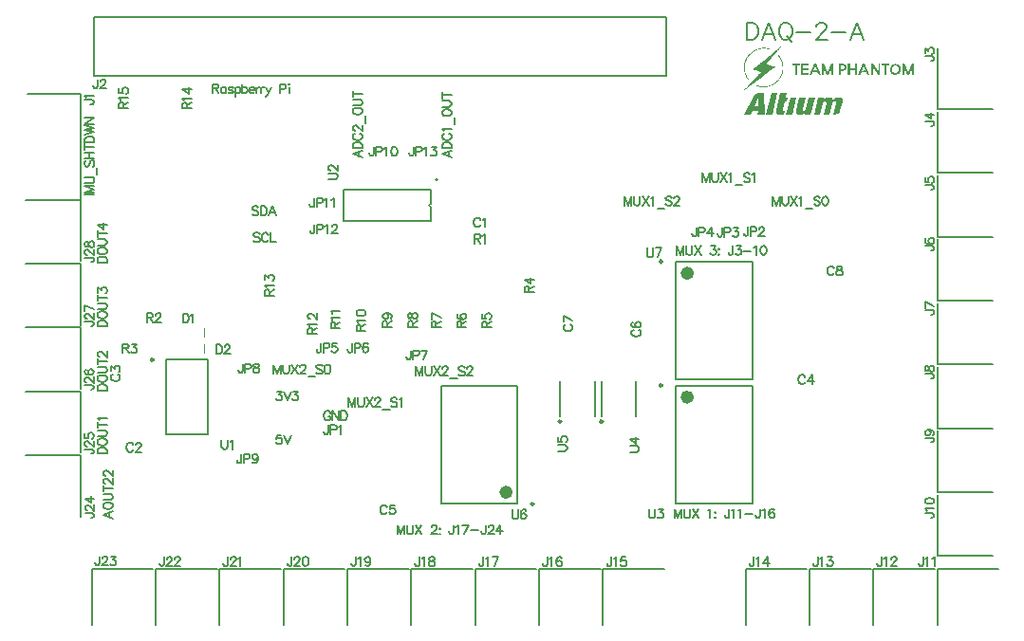
<source format=gto>
G04*
G04 #@! TF.GenerationSoftware,Altium Limited,Altium Designer,20.2.6 (244)*
G04*
G04 Layer_Color=65535*
%FSLAX25Y25*%
%MOIN*%
G70*
G04*
G04 #@! TF.SameCoordinates,6014BA27-FBD2-41FC-A7C1-7B1D111333E3*
G04*
G04*
G04 #@! TF.FilePolarity,Positive*
G04*
G01*
G75*
%ADD10C,0.00984*%
%ADD11C,0.02362*%
%ADD12C,0.00787*%
%ADD13C,0.00197*%
%ADD14C,0.00620*%
G36*
X289182Y188688D02*
X289298Y188680D01*
X289401Y188666D01*
X289481Y188651D01*
X289539Y188637D01*
X289576Y188629D01*
X289590Y188622D01*
X289699Y188593D01*
X289794Y188557D01*
X289889Y188513D01*
X289962Y188476D01*
X290020Y188440D01*
X290071Y188411D01*
X290100Y188389D01*
X290108Y188382D01*
X290173Y188309D01*
X290232Y188228D01*
X290275Y188148D01*
X290304Y188075D01*
X290326Y188003D01*
X290348Y187944D01*
X290355Y187908D01*
Y187900D01*
Y187893D01*
X290370Y187769D01*
Y187638D01*
X290363Y187514D01*
X290348Y187390D01*
X290326Y187281D01*
X290312Y187201D01*
X290304Y187164D01*
Y187142D01*
X290297Y187128D01*
Y187120D01*
X289466Y183818D01*
X289408Y183658D01*
X289335Y183512D01*
X289247Y183381D01*
X289153Y183271D01*
X289065Y183184D01*
X288992Y183118D01*
X288963Y183096D01*
X288948Y183082D01*
X288934Y183074D01*
X288927Y183067D01*
X288766Y182965D01*
X288606Y182892D01*
X288445Y182841D01*
X288307Y182805D01*
X288183Y182783D01*
X288132Y182775D01*
X288088D01*
X288052Y182768D01*
X287046D01*
X288001Y186581D01*
X288030Y186705D01*
X288037Y186807D01*
Y186894D01*
X288030Y186967D01*
X288015Y187018D01*
X288001Y187062D01*
X287994Y187084D01*
X287986Y187091D01*
X287943Y187150D01*
X287877Y187186D01*
X287811Y187215D01*
X287738Y187237D01*
X287673Y187252D01*
X287622Y187259D01*
X287571D01*
X287454Y187252D01*
X287352Y187230D01*
X287257Y187208D01*
X287184Y187179D01*
X287119Y187142D01*
X287075Y187120D01*
X287046Y187099D01*
X287038Y187091D01*
X286966Y187018D01*
X286907Y186938D01*
X286856Y186858D01*
X286820Y186770D01*
X286783Y186698D01*
X286761Y186639D01*
X286754Y186595D01*
X286747Y186588D01*
Y186581D01*
X285792Y182768D01*
X283641Y182768D01*
X284589Y186574D01*
X284618Y186698D01*
X284633Y186800D01*
Y186894D01*
X284626Y186967D01*
X284611Y187018D01*
X284596Y187062D01*
X284589Y187084D01*
X284582Y187091D01*
X284531Y187150D01*
X284472Y187186D01*
X284400Y187215D01*
X284327Y187237D01*
X284261Y187252D01*
X284210Y187259D01*
X284159D01*
X284050Y187252D01*
X283948Y187230D01*
X283860Y187208D01*
X283787Y187179D01*
X283729Y187142D01*
X283685Y187120D01*
X283656Y187099D01*
X283649Y187091D01*
X283576Y187018D01*
X283518Y186938D01*
X283466Y186858D01*
X283430Y186770D01*
X283401Y186698D01*
X283379Y186639D01*
X283372Y186595D01*
X283364Y186588D01*
Y186581D01*
X282402Y182768D01*
X280252D01*
X281695Y188542D01*
X283867D01*
X283700Y187842D01*
X283722D01*
X283853Y187995D01*
X283984Y188126D01*
X284122Y188236D01*
X284246Y188323D01*
X284356Y188396D01*
X284400Y188425D01*
X284436Y188447D01*
X284472Y188462D01*
X284494Y188476D01*
X284509Y188484D01*
X284516D01*
X284691Y188557D01*
X284873Y188608D01*
X285048Y188651D01*
X285216Y188673D01*
X285289Y188688D01*
X285354D01*
X285413Y188695D01*
X285464Y188702D01*
X285690D01*
X285806Y188695D01*
X285909Y188688D01*
X285996Y188673D01*
X286069Y188666D01*
X286120Y188651D01*
X286149Y188644D01*
X286164D01*
X286259Y188622D01*
X286339Y188600D01*
X286412Y188571D01*
X286477Y188542D01*
X286528Y188520D01*
X286565Y188498D01*
X286586Y188491D01*
X286594Y188484D01*
X286652Y188440D01*
X286703Y188389D01*
X286754Y188345D01*
X286791Y188301D01*
X286820Y188258D01*
X286842Y188228D01*
X286849Y188207D01*
X286856Y188199D01*
X286922Y188068D01*
X286951Y188003D01*
X286973Y187937D01*
X286987Y187886D01*
X287002Y187842D01*
X287009Y187813D01*
Y187806D01*
X287082Y187893D01*
X287155Y187973D01*
X287221Y188046D01*
X287286Y188112D01*
X287345Y188163D01*
X287388Y188199D01*
X287418Y188221D01*
X287425Y188228D01*
X287512Y188294D01*
X287600Y188345D01*
X287680Y188389D01*
X287753Y188433D01*
X287819Y188462D01*
X287870Y188484D01*
X287899Y188491D01*
X287913Y188498D01*
X288096Y188564D01*
X288176Y188593D01*
X288256Y188615D01*
X288314Y188629D01*
X288365Y188644D01*
X288402Y188651D01*
X288409D01*
X288591Y188680D01*
X288679Y188688D01*
X288759Y188695D01*
X288825Y188702D01*
X289058D01*
X289182Y188688D01*
D02*
G37*
G36*
X279187Y182761D02*
X277044D01*
X277212Y183454D01*
X277183D01*
X277051Y183308D01*
X276920Y183184D01*
X276789Y183074D01*
X276665Y182987D01*
X276555Y182921D01*
X276512Y182892D01*
X276475Y182870D01*
X276439Y182856D01*
X276417Y182841D01*
X276402Y182834D01*
X276395D01*
X276220Y182761D01*
X276045Y182710D01*
X275870Y182674D01*
X275710Y182652D01*
X275637Y182637D01*
X275571D01*
X275506Y182630D01*
X275462Y182622D01*
X275221D01*
X275097Y182630D01*
X274981Y182644D01*
X274886Y182659D01*
X274806Y182674D01*
X274748Y182681D01*
X274711Y182695D01*
X274697D01*
X274594Y182732D01*
X274500Y182768D01*
X274419Y182812D01*
X274347Y182856D01*
X274296Y182892D01*
X274252Y182921D01*
X274223Y182943D01*
X274215Y182950D01*
X274143Y183016D01*
X274077Y183089D01*
X274033Y183162D01*
X273997Y183235D01*
X273968Y183308D01*
X273953Y183359D01*
X273938Y183395D01*
Y183410D01*
X273924Y183534D01*
Y183658D01*
X273931Y183782D01*
X273946Y183905D01*
X273968Y184008D01*
X273982Y184095D01*
X273989Y184124D01*
Y184146D01*
X273997Y184161D01*
Y184168D01*
X275090Y188542D01*
X277241D01*
X276286Y184722D01*
X276264Y184598D01*
X276249Y184496D01*
Y184408D01*
X276264Y184336D01*
X276271Y184277D01*
X276286Y184241D01*
X276293Y184212D01*
X276300Y184204D01*
X276351Y184146D01*
X276410Y184102D01*
X276475Y184073D01*
X276548Y184051D01*
X276606Y184037D01*
X276658Y184029D01*
X276709D01*
X276825Y184037D01*
X276927Y184059D01*
X277015Y184088D01*
X277088Y184117D01*
X277146Y184146D01*
X277190Y184175D01*
X277219Y184197D01*
X277226Y184204D01*
X277299Y184277D01*
X277357Y184358D01*
X277408Y184445D01*
X277452Y184532D01*
X277481Y184605D01*
X277503Y184664D01*
X277510Y184707D01*
X277518Y184715D01*
Y184722D01*
X278480Y188542D01*
X280631D01*
X279187Y182761D01*
D02*
G37*
G36*
X272663D02*
X270512D01*
X271955Y188542D01*
X274113D01*
X272663Y182761D01*
D02*
G37*
G36*
X265635D02*
X263477D01*
X265394Y190386D01*
X267545D01*
X265635Y182761D01*
D02*
G37*
G36*
X263025D02*
X260539D01*
X260612Y184088D01*
X258761D01*
X258177Y182768D01*
X255699Y182761D01*
X258972Y188870D01*
X259045Y188994D01*
X259125Y189103D01*
X259205Y189213D01*
X259271Y189300D01*
X259336Y189373D01*
X259380Y189431D01*
X259409Y189461D01*
X259424Y189475D01*
X259526Y189577D01*
X259628Y189665D01*
X259723Y189745D01*
X259810Y189818D01*
X259891Y189869D01*
X259949Y189912D01*
X259985Y189942D01*
X260000Y189949D01*
X260124Y190022D01*
X260241Y190080D01*
X260357Y190138D01*
X260467Y190182D01*
X260554Y190219D01*
X260627Y190241D01*
X260649Y190248D01*
X260671Y190255D01*
X260678Y190262D01*
X260685D01*
X260824Y190299D01*
X260962Y190328D01*
X261093Y190350D01*
X261210Y190364D01*
X261312Y190379D01*
X261392D01*
X261421Y190386D01*
X262741D01*
X263025Y182761D01*
D02*
G37*
G36*
X270257Y188542D02*
X271161D01*
X270840Y187244D01*
X269936D01*
X269251Y184496D01*
X269236Y184416D01*
Y184343D01*
Y184285D01*
X269251Y184233D01*
X269266Y184197D01*
X269280Y184168D01*
X269287Y184153D01*
X269295Y184146D01*
X269346Y184110D01*
X269397Y184080D01*
X269462Y184066D01*
X269528Y184051D01*
X269586Y184044D01*
X270038D01*
X269718Y182761D01*
X269594Y182754D01*
X269477Y182746D01*
X269375Y182739D01*
X269280Y182732D01*
X269200D01*
X269134Y182724D01*
X269083D01*
X268974Y182717D01*
X268762D01*
X268675Y182710D01*
X268318D01*
X268157Y182717D01*
X268019Y182724D01*
X267895Y182739D01*
X267800Y182746D01*
X267727Y182761D01*
X267684Y182768D01*
X267669D01*
X267552Y182797D01*
X267450Y182827D01*
X267363Y182863D01*
X267290Y182892D01*
X267232Y182921D01*
X267195Y182943D01*
X267166Y182958D01*
X267159Y182965D01*
X267093Y183023D01*
X267042Y183089D01*
X266998Y183162D01*
X266969Y183228D01*
X266947Y183293D01*
X266933Y183344D01*
X266925Y183381D01*
Y183395D01*
X266918Y183512D01*
X266925Y183643D01*
X266940Y183767D01*
X266962Y183891D01*
X266976Y184000D01*
X266998Y184080D01*
X267006Y184117D01*
Y184139D01*
X267013Y184153D01*
Y184161D01*
X268566Y190306D01*
X270724D01*
X270257Y188542D01*
D02*
G37*
G36*
X263076Y206155D02*
X263178Y206141D01*
X263310D01*
X263441Y206112D01*
X263601Y206097D01*
X263936Y206039D01*
X264316Y205951D01*
X264724Y205835D01*
X265132Y205689D01*
X265030Y205412D01*
X265015D01*
X264986Y205427D01*
X264928Y205456D01*
X264841Y205470D01*
X264753Y205514D01*
X264636Y205543D01*
X264505Y205587D01*
X264359Y205616D01*
X264039Y205703D01*
X263674Y205776D01*
X263280Y205820D01*
X262872Y205849D01*
X262478D01*
X262347Y205835D01*
X262201D01*
X261866Y205805D01*
X261516Y205762D01*
X261137Y205689D01*
X260743Y205587D01*
X260729D01*
X260700Y205572D01*
X260641Y205558D01*
X260568Y205528D01*
X260481Y205499D01*
X260379Y205456D01*
X260117Y205353D01*
X259825Y205222D01*
X259504Y205062D01*
X259169Y204872D01*
X258819Y204654D01*
X258804D01*
X258775Y204625D01*
X258732Y204595D01*
X258673Y204537D01*
X258498Y204406D01*
X258294Y204216D01*
X258046Y203998D01*
X257784Y203721D01*
X257521Y203429D01*
X257259Y203094D01*
Y203079D01*
X257230Y203050D01*
X257201Y203006D01*
X257157Y202933D01*
X257099Y202846D01*
X257040Y202758D01*
X256967Y202642D01*
X256894Y202510D01*
X256734Y202219D01*
X256574Y201884D01*
X256413Y201519D01*
X256282Y201125D01*
Y201111D01*
X256267Y201082D01*
X256253Y201023D01*
X256238Y200936D01*
X256209Y200848D01*
X256180Y200732D01*
X256165Y200601D01*
X256136Y200455D01*
X256078Y200134D01*
X256034Y199784D01*
X256005Y199390D01*
Y198997D01*
Y198982D01*
Y198953D01*
Y198895D01*
X256020Y198822D01*
X256034Y198720D01*
Y198603D01*
X256049Y198472D01*
X256078Y198341D01*
X256122Y198020D01*
X256209Y197655D01*
X256297Y197291D01*
X256428Y196897D01*
Y196883D01*
X256442Y196853D01*
X256472Y196795D01*
X256501Y196722D01*
X256544Y196635D01*
X256588Y196518D01*
X256719Y196270D01*
X256865Y195979D01*
X257055Y195658D01*
X257288Y195323D01*
X257536Y194987D01*
X257288Y194812D01*
Y194798D01*
X257274Y194812D01*
X257259Y194841D01*
X257215Y194885D01*
X257171Y194958D01*
X257099Y195045D01*
X257026Y195148D01*
X256953Y195264D01*
X256865Y195395D01*
X256676Y195687D01*
X256486Y196022D01*
X256297Y196401D01*
X256136Y196795D01*
Y196810D01*
X256122Y196839D01*
X256107Y196897D01*
X256078Y196985D01*
X256049Y197072D01*
X256005Y197189D01*
X255976Y197320D01*
X255932Y197466D01*
X255859Y197801D01*
X255786Y198166D01*
X255728Y198559D01*
X255699Y198982D01*
Y198997D01*
Y199026D01*
Y199099D01*
Y199172D01*
Y199274D01*
X255713Y199390D01*
Y199536D01*
X255728Y199682D01*
X255757Y200017D01*
X255816Y200396D01*
X255888Y200805D01*
X255990Y201213D01*
Y201227D01*
X256005Y201257D01*
X256020Y201315D01*
X256049Y201402D01*
X256093Y201490D01*
X256122Y201606D01*
X256180Y201738D01*
X256238Y201884D01*
X256384Y202204D01*
X256544Y202554D01*
X256763Y202919D01*
X256996Y203283D01*
X257011Y203298D01*
X257026Y203327D01*
X257069Y203371D01*
X257128Y203444D01*
X257186Y203531D01*
X257274Y203619D01*
X257463Y203852D01*
X257711Y204100D01*
X257988Y204362D01*
X258309Y204639D01*
X258644Y204887D01*
X258659Y204902D01*
X258688Y204916D01*
X258746Y204945D01*
X258804Y205004D01*
X258892Y205047D01*
X258994Y205120D01*
X259125Y205193D01*
X259256Y205266D01*
X259548Y205427D01*
X259898Y205587D01*
X260262Y205747D01*
X260656Y205878D01*
X260671D01*
X260700Y205893D01*
X260758Y205908D01*
X260846Y205922D01*
X260948Y205951D01*
X261064Y205980D01*
X261195Y206010D01*
X261341Y206039D01*
X261677Y206097D01*
X262056Y206141D01*
X262464Y206170D01*
X263003D01*
X263076Y206155D01*
D02*
G37*
G36*
X295429Y196737D02*
X294759D01*
Y198311D01*
X292922D01*
Y196737D01*
X292236D01*
Y200455D01*
X292922D01*
Y198909D01*
X294759D01*
Y200455D01*
X295429D01*
Y196737D01*
D02*
G37*
G36*
X290837Y200440D02*
X290968Y200426D01*
X291099Y200396D01*
X291245Y200338D01*
X291376Y200280D01*
X291493Y200192D01*
X291507Y200178D01*
X291536Y200149D01*
X291580Y200076D01*
X291638Y200003D01*
X291697Y199886D01*
X291741Y199755D01*
X291770Y199594D01*
X291784Y199405D01*
Y199376D01*
Y199317D01*
X291770Y199201D01*
X291741Y199084D01*
X291682Y198938D01*
X291624Y198778D01*
X291522Y198632D01*
X291391Y198486D01*
X291376Y198472D01*
X291318Y198428D01*
X291230Y198370D01*
X291099Y198297D01*
X290939Y198224D01*
X290735Y198151D01*
X290501Y198078D01*
X290224Y198034D01*
X290122Y198632D01*
X290137D01*
X290195Y198647D01*
X290283Y198676D01*
X290385Y198705D01*
X290618Y198793D01*
X290720Y198851D01*
X290822Y198909D01*
X290837Y198924D01*
X290866Y198938D01*
X290895Y198982D01*
X290953Y199040D01*
X291026Y199186D01*
X291055Y199274D01*
X291070Y199376D01*
Y199390D01*
Y199419D01*
X291055Y199507D01*
X291026Y199609D01*
X290953Y199711D01*
X290939Y199726D01*
X290866Y199769D01*
X290764Y199813D01*
X290603Y199828D01*
X289670D01*
Y196737D01*
X288985D01*
Y200455D01*
X290735D01*
X290837Y200440D01*
D02*
G37*
G36*
X303565Y196737D02*
X302894D01*
X300926Y199492D01*
Y196737D01*
X300255D01*
Y200455D01*
X300955D01*
X302909Y197743D01*
Y200455D01*
X303565D01*
Y196737D01*
D02*
G37*
G36*
X315273D02*
X314631D01*
Y199332D01*
X313625Y196737D01*
X313042D01*
X312021Y199332D01*
Y196737D01*
X311380D01*
Y200455D01*
X312094D01*
X313348Y197641D01*
X314587Y200455D01*
X315273D01*
Y196737D01*
D02*
G37*
G36*
X287031D02*
X286404D01*
Y199332D01*
X285384Y196737D01*
X284801D01*
X283780Y199332D01*
Y196737D01*
X283138D01*
Y200455D01*
X283867D01*
X285107Y197641D01*
X286346Y200455D01*
X287031D01*
Y196737D01*
D02*
G37*
G36*
X306773Y199857D02*
X305723D01*
Y196737D01*
X305023D01*
Y199857D01*
X303959D01*
Y200455D01*
X306773D01*
Y199857D01*
D02*
G37*
G36*
X299818Y196737D02*
X299074D01*
X298652Y197743D01*
X297412D01*
X297660Y198341D01*
X298404D01*
X297820Y199740D01*
X296596Y196737D01*
X295896D01*
X297456Y200455D01*
X298200D01*
X299818Y196737D01*
D02*
G37*
G36*
X282701Y196737D02*
X281957D01*
X281535Y197743D01*
X280295D01*
X280529Y198341D01*
X281287D01*
X280703Y199740D01*
X279464Y196737D01*
X278779D01*
X280339Y200455D01*
X281083D01*
X282701Y196737D01*
D02*
G37*
G36*
X278429Y199857D02*
X276563D01*
Y198924D01*
X278327D01*
Y198311D01*
X276563D01*
Y197335D01*
X278458D01*
Y196737D01*
X275892D01*
Y200455D01*
X278429D01*
Y199857D01*
D02*
G37*
G36*
X275499D02*
X274419D01*
Y196737D01*
X273749D01*
Y199857D01*
X272685D01*
Y200455D01*
X275499D01*
Y199857D01*
D02*
G37*
G36*
X309207Y200440D02*
X309412Y200411D01*
X309630Y200353D01*
X309863Y200265D01*
X310082Y200149D01*
X310272Y199988D01*
X310286Y199973D01*
X310345Y199901D01*
X310418Y199799D01*
X310505Y199638D01*
X310593Y199449D01*
X310665Y199201D01*
X310724Y198924D01*
X310738Y198588D01*
Y198574D01*
Y198545D01*
Y198501D01*
Y198443D01*
X310709Y198268D01*
X310680Y198064D01*
X310622Y197830D01*
X310549Y197597D01*
X310432Y197378D01*
X310272Y197174D01*
X310257Y197160D01*
X310184Y197101D01*
X310082Y197028D01*
X309922Y196941D01*
X309732Y196853D01*
X309499Y196781D01*
X309222Y196722D01*
X308901Y196708D01*
X308814D01*
X308755Y196722D01*
X308595Y196737D01*
X308391Y196766D01*
X308172Y196824D01*
X307954Y196912D01*
X307735Y197014D01*
X307531Y197174D01*
X307516Y197203D01*
X307458Y197262D01*
X307385Y197378D01*
X307297Y197539D01*
X307210Y197728D01*
X307122Y197976D01*
X307064Y198253D01*
X307035Y198588D01*
Y198603D01*
Y198632D01*
Y198676D01*
X307050Y198749D01*
X307064Y198909D01*
X307093Y199113D01*
X307152Y199347D01*
X307239Y199580D01*
X307341Y199799D01*
X307502Y199988D01*
X307531Y200003D01*
X307589Y200061D01*
X307706Y200134D01*
X307852Y200236D01*
X308056Y200324D01*
X308289Y200396D01*
X308580Y200455D01*
X308901Y200469D01*
X309047D01*
X309207Y200440D01*
D02*
G37*
G36*
X267859Y203794D02*
X267873Y203764D01*
X267917Y203721D01*
X267975Y203662D01*
X268034Y203575D01*
X268106Y203473D01*
X268194Y203371D01*
X268281Y203239D01*
X268485Y202948D01*
X268675Y202627D01*
X268879Y202248D01*
X269054Y201854D01*
Y201840D01*
X269069Y201811D01*
X269098Y201752D01*
X269127Y201665D01*
X269156Y201563D01*
X269200Y201446D01*
X269244Y201315D01*
X269287Y201169D01*
X269375Y200834D01*
X269448Y200455D01*
X269521Y200046D01*
X269564Y199609D01*
Y199594D01*
Y199551D01*
Y199492D01*
Y199405D01*
Y199303D01*
Y199172D01*
Y199026D01*
X269550Y198865D01*
X269521Y198515D01*
X269477Y198122D01*
X269389Y197699D01*
X269287Y197276D01*
Y197262D01*
X269273Y197232D01*
X269258Y197160D01*
X269229Y197087D01*
X269185Y196985D01*
X269142Y196868D01*
X269098Y196737D01*
X269040Y196591D01*
X268894Y196270D01*
X268704Y195906D01*
X268500Y195541D01*
X268252Y195177D01*
X268238Y195162D01*
X268223Y195133D01*
X268179Y195089D01*
X268136Y195016D01*
X268063Y194943D01*
X267990Y194841D01*
X267786Y194623D01*
X267552Y194360D01*
X267261Y194083D01*
X266940Y193806D01*
X266590Y193544D01*
X266576Y193529D01*
X266546Y193515D01*
X266488Y193485D01*
X266415Y193427D01*
X266328Y193369D01*
X266226Y193310D01*
X266094Y193238D01*
X265963Y193165D01*
X265642Y193004D01*
X265293Y192844D01*
X264899Y192683D01*
X264476Y192552D01*
X264461D01*
X264403Y192538D01*
X264316Y192509D01*
X264199Y192479D01*
X264053Y192450D01*
X263893Y192421D01*
X263557Y192363D01*
X263543D01*
X263485Y192348D01*
X263383D01*
X263266Y192334D01*
X263135Y192319D01*
X262974D01*
X262624Y192304D01*
X262508D01*
X262376Y192319D01*
X262201D01*
X261997Y192334D01*
X261764Y192363D01*
X261531Y192392D01*
X261268Y192436D01*
X261239D01*
X261152Y192465D01*
X261020Y192494D01*
X260846Y192538D01*
X260641Y192596D01*
X260423Y192669D01*
X259956Y192844D01*
X260073Y193121D01*
X260087D01*
X260117Y193106D01*
X260175Y193077D01*
X260262Y193048D01*
X260364Y193019D01*
X260467Y192975D01*
X260598Y192931D01*
X260758Y192888D01*
X261079Y192800D01*
X261458Y192713D01*
X261852Y192654D01*
X262260Y192611D01*
X262799D01*
X262960Y192625D01*
X263280Y192640D01*
X263645Y192683D01*
X264039Y192756D01*
X264432Y192844D01*
X264447D01*
X264476Y192859D01*
X264534Y192873D01*
X264607Y192902D01*
X264709Y192931D01*
X264811Y192975D01*
X265074Y193077D01*
X265380Y193208D01*
X265715Y193369D01*
X266065Y193558D01*
X266415Y193777D01*
X266430Y193792D01*
X266459Y193806D01*
X266503Y193835D01*
X266576Y193894D01*
X266648Y193952D01*
X266736Y194025D01*
X266955Y194214D01*
X267217Y194448D01*
X267479Y194710D01*
X267757Y195016D01*
X268019Y195366D01*
X268034Y195381D01*
X268048Y195410D01*
X268077Y195454D01*
X268136Y195527D01*
X268179Y195614D01*
X268252Y195716D01*
X268325Y195833D01*
X268398Y195964D01*
X268558Y196270D01*
X268719Y196620D01*
X268879Y196999D01*
X269010Y197393D01*
Y197407D01*
X269025Y197437D01*
X269040Y197495D01*
X269054Y197582D01*
X269083Y197670D01*
X269098Y197786D01*
X269127Y197918D01*
X269156Y198064D01*
X269200Y198399D01*
X269244Y198763D01*
X269258Y199143D01*
Y199551D01*
Y199565D01*
Y199594D01*
Y199653D01*
X269244Y199740D01*
X269229Y199828D01*
Y199944D01*
X269200Y200076D01*
X269185Y200221D01*
X269127Y200542D01*
X269040Y200907D01*
X268937Y201286D01*
X268792Y201679D01*
Y201694D01*
X268777Y201723D01*
X268748Y201781D01*
X268719Y201854D01*
X268675Y201956D01*
X268617Y202059D01*
X268485Y202321D01*
X268325Y202612D01*
X268121Y202933D01*
X267888Y203269D01*
X267611Y203604D01*
X267844Y203808D01*
X267859Y203794D01*
D02*
G37*
G36*
X269069Y206914D02*
Y206885D01*
X269083Y206870D01*
Y206841D01*
X269069Y206826D01*
X269054Y206811D01*
X269010Y206768D01*
X268967Y206710D01*
X268821Y206549D01*
X268646Y206345D01*
X268427Y206112D01*
X268194Y205835D01*
X267931Y205558D01*
X267669Y205252D01*
X267654Y205237D01*
X267640Y205222D01*
X267596Y205179D01*
X267552Y205120D01*
X267407Y204960D01*
X267217Y204756D01*
X267013Y204508D01*
X266765Y204231D01*
X266503Y203954D01*
X266240Y203648D01*
X266226Y203633D01*
X266211Y203619D01*
X266167Y203575D01*
X266124Y203517D01*
X265978Y203356D01*
X265788Y203152D01*
X265569Y202904D01*
X265336Y202627D01*
X265074Y202336D01*
X264797Y202029D01*
X264782Y202015D01*
X264768Y202000D01*
X264724Y201956D01*
X264680Y201898D01*
X264534Y201738D01*
X264345Y201534D01*
X264126Y201286D01*
X263893Y201009D01*
X263630Y200732D01*
X263353Y200426D01*
X263368D01*
X263397Y200411D01*
X263441Y200396D01*
X263499Y200382D01*
X263572Y200367D01*
X263660Y200338D01*
X263878Y200280D01*
X264141Y200207D01*
X264418Y200134D01*
X264724Y200046D01*
X265045Y199959D01*
X265059D01*
X265088Y199944D01*
X265132D01*
X265190Y199915D01*
X265263Y199901D01*
X265351Y199872D01*
X265569Y199828D01*
X265832Y199755D01*
X266124Y199682D01*
X266430Y199594D01*
X266751Y199507D01*
X266736Y199492D01*
X266692Y199463D01*
X266619Y199405D01*
X266517Y199332D01*
X266386Y199244D01*
X266240Y199128D01*
X266080Y199011D01*
X265890Y198865D01*
X265686Y198720D01*
X265467Y198559D01*
X265001Y198209D01*
X264505Y197830D01*
X263995Y197437D01*
X263980Y197422D01*
X263936Y197393D01*
X263864Y197335D01*
X263762Y197262D01*
X263630Y197160D01*
X263485Y197057D01*
X263324Y196926D01*
X263135Y196795D01*
X262945Y196635D01*
X262726Y196474D01*
X262260Y196124D01*
X261764Y195760D01*
X261254Y195366D01*
X261239Y195352D01*
X261195Y195323D01*
X261123Y195264D01*
X261020Y195191D01*
X260904Y195104D01*
X260758Y194987D01*
X260583Y194870D01*
X260408Y194725D01*
X260204Y194579D01*
X260000Y194419D01*
X259533Y194069D01*
X259038Y193704D01*
X258527Y193325D01*
X258513Y193310D01*
X258469Y193281D01*
X258396Y193223D01*
X258294Y193150D01*
X258163Y193063D01*
X258017Y192946D01*
X257857Y192829D01*
X257667Y192683D01*
X257478Y192538D01*
X257259Y192377D01*
X256792Y192027D01*
X256311Y191663D01*
X255801Y191284D01*
X255786Y191298D01*
X255772Y191328D01*
Y191342D01*
Y191357D01*
X255786Y191371D01*
X255801Y191386D01*
X255845Y191430D01*
X255903Y191488D01*
X256034Y191648D01*
X256224Y191852D01*
X256442Y192086D01*
X256690Y192348D01*
X256953Y192625D01*
X257230Y192917D01*
X257244Y192931D01*
X257259Y192946D01*
X257303Y192990D01*
X257361Y193048D01*
X257492Y193208D01*
X257682Y193412D01*
X257900Y193646D01*
X258148Y193908D01*
X258411Y194185D01*
X258688Y194477D01*
X258702Y194492D01*
X258717Y194506D01*
X258761Y194550D01*
X258819Y194608D01*
X258965Y194769D01*
X259154Y194973D01*
X259373Y195206D01*
X259635Y195483D01*
X259898Y195774D01*
X260175Y196066D01*
X260190Y196081D01*
X260204Y196095D01*
X260248Y196139D01*
X260306Y196197D01*
X260452Y196358D01*
X260627Y196562D01*
X260860Y196795D01*
X261108Y197072D01*
X261370Y197364D01*
X261648Y197655D01*
X261633D01*
X261618Y197670D01*
X261531Y197699D01*
X261385Y197743D01*
X261210Y197801D01*
X260991Y197874D01*
X260758Y197961D01*
X260510Y198034D01*
X260248Y198122D01*
X260233D01*
X260219Y198136D01*
X260131Y198166D01*
X260000Y198209D01*
X259810Y198268D01*
X259606Y198341D01*
X259373Y198428D01*
X259110Y198515D01*
X258848Y198603D01*
X258863Y198618D01*
X258906Y198647D01*
X258979Y198705D01*
X259067Y198778D01*
X259183Y198880D01*
X259329Y198997D01*
X259490Y199113D01*
X259650Y199259D01*
X259840Y199419D01*
X260044Y199580D01*
X260481Y199930D01*
X260933Y200309D01*
X261414Y200703D01*
X261429Y200717D01*
X261473Y200746D01*
X261545Y200805D01*
X261633Y200877D01*
X261750Y200979D01*
X261881Y201082D01*
X262041Y201213D01*
X262216Y201344D01*
X262406Y201504D01*
X262595Y201665D01*
X263033Y202015D01*
X263499Y202394D01*
X263966Y202773D01*
X263980Y202787D01*
X264024Y202817D01*
X264097Y202875D01*
X264184Y202948D01*
X264301Y203050D01*
X264432Y203167D01*
X264593Y203283D01*
X264768Y203429D01*
X264957Y203575D01*
X265147Y203750D01*
X265584Y204100D01*
X266051Y204479D01*
X266517Y204858D01*
X266532Y204872D01*
X266576Y204902D01*
X266648Y204960D01*
X266736Y205033D01*
X266852Y205135D01*
X266984Y205237D01*
X267144Y205368D01*
X267304Y205499D01*
X267494Y205660D01*
X267698Y205820D01*
X268121Y206170D01*
X268587Y206549D01*
X269054Y206928D01*
X269069Y206914D01*
D02*
G37*
%LPC*%
G36*
X260875Y188724D02*
X259402Y185546D01*
X260693D01*
X260875Y188724D01*
D02*
G37*
G36*
X308901Y199886D02*
X308799D01*
X308697Y199872D01*
X308580Y199842D01*
X308435Y199799D01*
X308289Y199740D01*
X308143Y199667D01*
X308026Y199551D01*
X308012Y199536D01*
X307983Y199492D01*
X307939Y199419D01*
X307895Y199317D01*
X307837Y199172D01*
X307793Y199011D01*
X307764Y198822D01*
X307749Y198603D01*
Y198574D01*
Y198501D01*
X307764Y198384D01*
X307779Y198239D01*
X307822Y198093D01*
X307866Y197932D01*
X307939Y197772D01*
X308026Y197641D01*
X308041Y197626D01*
X308085Y197597D01*
X308143Y197539D01*
X308245Y197480D01*
X308362Y197422D01*
X308522Y197364D01*
X308697Y197335D01*
X308901Y197320D01*
X308989D01*
X309091Y197335D01*
X309207Y197364D01*
X309353Y197393D01*
X309484Y197451D01*
X309616Y197539D01*
X309732Y197641D01*
X309747Y197655D01*
X309776Y197699D01*
X309820Y197772D01*
X309878Y197889D01*
X309936Y198020D01*
X309980Y198180D01*
X310009Y198384D01*
X310024Y198603D01*
Y198618D01*
Y198632D01*
Y198705D01*
X310009Y198822D01*
X309995Y198953D01*
X309951Y199113D01*
X309907Y199274D01*
X309834Y199419D01*
X309732Y199551D01*
X309718Y199565D01*
X309674Y199609D01*
X309616Y199653D01*
X309528Y199726D01*
X309412Y199784D01*
X309266Y199828D01*
X309091Y199872D01*
X308901Y199886D01*
D02*
G37*
%LPD*%
D10*
X48345Y96535D02*
G03*
X48345Y96535I-492J0D01*
G01*
X181909Y45807D02*
G03*
X181909Y45807I-492J0D01*
G01*
X227028Y131004D02*
G03*
X227028Y131004I-492J0D01*
G01*
X191555Y74803D02*
G03*
X191555Y74803I-492J0D01*
G01*
X206122D02*
G03*
X206122Y74803I-492J0D01*
G01*
X227028Y87500D02*
G03*
X227028Y87500I-492J0D01*
G01*
D11*
X173346Y49921D02*
G03*
X173346Y49921I-1181J0D01*
G01*
X236968Y126890D02*
G03*
X236968Y126890I-1181J0D01*
G01*
Y83386D02*
G03*
X236968Y83386I-1181J0D01*
G01*
D12*
X145827Y151427D02*
G03*
X145827Y150148I0J-640D01*
G01*
X147996Y159689D02*
G03*
X147996Y159689I-315J0D01*
G01*
X52676Y70157D02*
X67243D01*
X52676Y96535D02*
X67243D01*
Y70157D02*
Y96535D01*
X52676Y70157D02*
Y96535D01*
X149331Y87323D02*
X176102D01*
X149331Y45984D02*
X176102D01*
X149331D02*
Y87323D01*
X176102Y45984D02*
Y87323D01*
X256299Y22835D02*
X277835D01*
X256299Y3366D02*
Y22835D01*
X26654D02*
X48189D01*
X26654Y3366D02*
Y22835D01*
X231850Y89488D02*
Y130827D01*
X258622Y89488D02*
Y130827D01*
X231850D02*
X258622D01*
X231850Y89488D02*
X258622D01*
X191063Y76575D02*
Y88976D01*
X203268Y76772D02*
Y88976D01*
X205630Y76575D02*
Y88976D01*
X217835Y76772D02*
Y88976D01*
X231850Y45984D02*
Y87323D01*
X258622Y45984D02*
Y87323D01*
X231850D02*
X258622D01*
X231850Y45984D02*
X258622D01*
X115118Y156358D02*
X145827D01*
X115118Y145217D02*
Y156358D01*
Y145217D02*
X145827D01*
Y150148D01*
Y151427D02*
Y156358D01*
X3366Y152677D02*
X22835D01*
Y131142D02*
Y152677D01*
X3366Y130236D02*
X22835D01*
Y108701D02*
Y130236D01*
X3366Y107795D02*
X22835D01*
Y86260D02*
Y107795D01*
X3366Y85354D02*
X22835D01*
Y63819D02*
Y85354D01*
X3366Y62913D02*
X22835D01*
Y41378D02*
Y62913D01*
X49095Y3366D02*
Y22835D01*
X70630D01*
X71535Y3366D02*
Y22835D01*
X93071D01*
X93976Y3366D02*
Y22835D01*
X115512D01*
X116417Y3366D02*
Y22835D01*
X137953D01*
X138858Y3366D02*
Y22835D01*
X160394D01*
X161299Y3366D02*
Y22835D01*
X182835D01*
X183740Y3366D02*
Y22835D01*
X205276D01*
X206181Y3366D02*
Y22835D01*
X227716D01*
X278740Y3366D02*
Y22835D01*
X300276D01*
X301181Y3366D02*
Y22835D01*
X322716D01*
X323622Y3366D02*
Y22835D01*
X345158D01*
X323622Y27480D02*
X343091D01*
X323622D02*
Y49016D01*
X323622Y49921D02*
X343091D01*
X323622D02*
Y71457D01*
Y72402D02*
X343091D01*
X323622D02*
Y93937D01*
Y94803D02*
X343091D01*
X323622D02*
Y116339D01*
Y117244D02*
X343091D01*
X323622D02*
Y138780D01*
Y139685D02*
X343091D01*
X323622D02*
Y161221D01*
X323622Y162126D02*
X343091D01*
X323622D02*
Y183661D01*
Y184567D02*
X343091D01*
X323622D02*
Y206102D01*
X27559Y196295D02*
Y217083D01*
X228346Y217083D01*
Y196295D02*
Y217083D01*
X27559Y196295D02*
X228346D01*
X22874Y152677D02*
Y189913D01*
X3925D02*
X22874D01*
X3890Y152677D02*
X22874D01*
D13*
X65965Y98996D02*
Y101949D01*
X65945Y104705D02*
Y107658D01*
D14*
X58430Y184780D02*
X61649D01*
X58430D02*
Y186160D01*
X58583Y186619D01*
X58736Y186773D01*
X59043Y186926D01*
X59350D01*
X59656Y186773D01*
X59809Y186619D01*
X59963Y186160D01*
Y184780D01*
Y185853D02*
X61649Y186926D01*
X59043Y187646D02*
X58890Y187953D01*
X58430Y188413D01*
X61649D01*
X58430Y191540D02*
X60576Y190007D01*
Y192307D01*
X58430Y191540D02*
X61649D01*
X70249Y101806D02*
Y98587D01*
Y101806D02*
X71323D01*
X71782Y101653D01*
X72089Y101347D01*
X72242Y101040D01*
X72396Y100580D01*
Y99814D01*
X72242Y99354D01*
X72089Y99047D01*
X71782Y98741D01*
X71323Y98587D01*
X70249D01*
X73269Y101040D02*
Y101193D01*
X73423Y101500D01*
X73576Y101653D01*
X73883Y101806D01*
X74496D01*
X74803Y101653D01*
X74956Y101500D01*
X75109Y101193D01*
Y100887D01*
X74956Y100580D01*
X74649Y100120D01*
X73116Y98587D01*
X75262D01*
X37454Y102043D02*
Y98823D01*
Y102043D02*
X38834D01*
X39294Y101889D01*
X39447Y101736D01*
X39600Y101429D01*
Y101123D01*
X39447Y100816D01*
X39294Y100663D01*
X38834Y100510D01*
X37454D01*
X38527D02*
X39600Y98823D01*
X40628Y102043D02*
X42314D01*
X41394Y100816D01*
X41854D01*
X42160Y100663D01*
X42314Y100510D01*
X42467Y100050D01*
Y99743D01*
X42314Y99283D01*
X42007Y98977D01*
X41547Y98823D01*
X41087D01*
X40628Y98977D01*
X40474Y99130D01*
X40321Y99437D01*
X58577Y112712D02*
Y109493D01*
Y112712D02*
X59650D01*
X60110Y112559D01*
X60417Y112252D01*
X60570Y111945D01*
X60723Y111486D01*
Y110719D01*
X60570Y110259D01*
X60417Y109953D01*
X60110Y109646D01*
X59650Y109493D01*
X58577D01*
X61444Y112099D02*
X61750Y112252D01*
X62210Y112712D01*
Y109493D01*
X46037Y112870D02*
Y109650D01*
Y112870D02*
X47417D01*
X47877Y112716D01*
X48030Y112563D01*
X48183Y112256D01*
Y111950D01*
X48030Y111643D01*
X47877Y111490D01*
X47417Y111337D01*
X46037D01*
X47110D02*
X48183Y109650D01*
X49057Y112103D02*
Y112256D01*
X49210Y112563D01*
X49363Y112716D01*
X49670Y112870D01*
X50283D01*
X50590Y112716D01*
X50743Y112563D01*
X50897Y112256D01*
Y111950D01*
X50743Y111643D01*
X50437Y111183D01*
X48904Y109650D01*
X51050D01*
X41081Y66552D02*
X40928Y66858D01*
X40621Y67165D01*
X40315Y67318D01*
X39701D01*
X39395Y67165D01*
X39088Y66858D01*
X38935Y66552D01*
X38782Y66092D01*
Y65325D01*
X38935Y64865D01*
X39088Y64559D01*
X39395Y64252D01*
X39701Y64099D01*
X40315D01*
X40621Y64252D01*
X40928Y64559D01*
X41081Y64865D01*
X42139Y66552D02*
Y66705D01*
X42292Y67012D01*
X42445Y67165D01*
X42752Y67318D01*
X43365D01*
X43672Y67165D01*
X43825Y67012D01*
X43979Y66705D01*
Y66399D01*
X43825Y66092D01*
X43519Y65632D01*
X41986Y64099D01*
X44132D01*
X72233Y68303D02*
Y66003D01*
X72386Y65543D01*
X72693Y65237D01*
X73153Y65083D01*
X73459D01*
X73919Y65237D01*
X74226Y65543D01*
X74379Y66003D01*
Y68303D01*
X75268Y67689D02*
X75575Y67843D01*
X76035Y68303D01*
Y65083D01*
X28710Y63504D02*
X31929D01*
X28710D02*
Y64577D01*
X28863Y65037D01*
X29170Y65344D01*
X29476Y65497D01*
X29936Y65650D01*
X30703D01*
X31163Y65497D01*
X31469Y65344D01*
X31776Y65037D01*
X31929Y64577D01*
Y63504D01*
X28710Y67291D02*
X28863Y66984D01*
X29170Y66677D01*
X29476Y66524D01*
X29936Y66371D01*
X30703D01*
X31163Y66524D01*
X31469Y66677D01*
X31776Y66984D01*
X31929Y67291D01*
Y67904D01*
X31776Y68210D01*
X31469Y68517D01*
X31163Y68670D01*
X30703Y68823D01*
X29936D01*
X29476Y68670D01*
X29170Y68517D01*
X28863Y68210D01*
X28710Y67904D01*
Y67291D01*
Y69575D02*
X31009D01*
X31469Y69728D01*
X31776Y70034D01*
X31929Y70494D01*
Y70801D01*
X31776Y71261D01*
X31469Y71568D01*
X31009Y71721D01*
X28710D01*
Y73683D02*
X31929D01*
X28710Y72610D02*
Y74756D01*
X29323Y75139D02*
X29170Y75446D01*
X28710Y75906D01*
X31929D01*
X28710Y85764D02*
X31929D01*
X28710D02*
Y86837D01*
X28863Y87297D01*
X29170Y87604D01*
X29476Y87757D01*
X29936Y87910D01*
X30703D01*
X31163Y87757D01*
X31469Y87604D01*
X31776Y87297D01*
X31929Y86837D01*
Y85764D01*
X28710Y89551D02*
X28863Y89244D01*
X29170Y88937D01*
X29476Y88784D01*
X29936Y88631D01*
X30703D01*
X31163Y88784D01*
X31469Y88937D01*
X31776Y89244D01*
X31929Y89551D01*
Y90164D01*
X31776Y90470D01*
X31469Y90777D01*
X31163Y90930D01*
X30703Y91084D01*
X29936D01*
X29476Y90930D01*
X29170Y90777D01*
X28863Y90470D01*
X28710Y90164D01*
Y89551D01*
Y91835D02*
X31009D01*
X31469Y91988D01*
X31776Y92295D01*
X31929Y92755D01*
Y93061D01*
X31776Y93521D01*
X31469Y93828D01*
X31009Y93981D01*
X28710D01*
Y95943D02*
X31929D01*
X28710Y94870D02*
Y97016D01*
X29476Y97553D02*
X29323D01*
X29016Y97706D01*
X28863Y97859D01*
X28710Y98166D01*
Y98779D01*
X28863Y99086D01*
X29016Y99239D01*
X29323Y99392D01*
X29630D01*
X29936Y99239D01*
X30396Y98932D01*
X31929Y97399D01*
Y99546D01*
X34117Y91357D02*
X33811Y91203D01*
X33504Y90897D01*
X33351Y90590D01*
Y89977D01*
X33504Y89670D01*
X33811Y89364D01*
X34117Y89210D01*
X34577Y89057D01*
X35344D01*
X35804Y89210D01*
X36110Y89364D01*
X36417Y89670D01*
X36570Y89977D01*
Y90590D01*
X36417Y90897D01*
X36110Y91203D01*
X35804Y91357D01*
X33351Y92568D02*
Y94254D01*
X34577Y93334D01*
Y93794D01*
X34731Y94101D01*
X34884Y94254D01*
X35344Y94407D01*
X35651D01*
X36110Y94254D01*
X36417Y93947D01*
X36570Y93488D01*
Y93028D01*
X36417Y92568D01*
X36264Y92414D01*
X35957Y92261D01*
X110595Y107480D02*
X113814D01*
X110595D02*
Y108860D01*
X110748Y109319D01*
X110902Y109473D01*
X111208Y109626D01*
X111515D01*
X111821Y109473D01*
X111975Y109319D01*
X112128Y108860D01*
Y107480D01*
Y108553D02*
X113814Y109626D01*
X111208Y110346D02*
X111055Y110653D01*
X110595Y111113D01*
X113814D01*
X111208Y112707D02*
X111055Y113014D01*
X110595Y113474D01*
X113814D01*
X178705Y120252D02*
X181925D01*
X178705D02*
Y121631D01*
X178859Y122091D01*
X179012Y122245D01*
X179318Y122398D01*
X179625D01*
X179932Y122245D01*
X180085Y122091D01*
X180238Y121631D01*
Y120252D01*
Y121325D02*
X181925Y122398D01*
X178705Y124651D02*
X180851Y123118D01*
Y125418D01*
X178705Y124651D02*
X181925D01*
X24308Y42497D02*
X26761D01*
X27221Y42344D01*
X27374Y42191D01*
X27528Y41884D01*
Y41578D01*
X27374Y41271D01*
X27221Y41118D01*
X26761Y40964D01*
X26455D01*
X25075Y43479D02*
X24922D01*
X24615Y43632D01*
X24462Y43785D01*
X24308Y44092D01*
Y44705D01*
X24462Y45012D01*
X24615Y45165D01*
X24922Y45318D01*
X25228D01*
X25535Y45165D01*
X25995Y44858D01*
X27528Y43325D01*
Y45472D01*
X24308Y47725D02*
X26455Y46192D01*
Y48491D01*
X24308Y47725D02*
X27528D01*
X215674Y64065D02*
X217973D01*
X218433Y64218D01*
X218740Y64525D01*
X218893Y64985D01*
Y65291D01*
X218740Y65751D01*
X218433Y66058D01*
X217973Y66211D01*
X215674D01*
Y68633D02*
X217820Y67100D01*
Y69400D01*
X215674Y68633D02*
X218893D01*
X265817Y153889D02*
Y150670D01*
Y153889D02*
X267043Y150670D01*
X268270Y153889D02*
X267043Y150670D01*
X268270Y153889D02*
Y150670D01*
X269190Y153889D02*
Y151589D01*
X269343Y151129D01*
X269649Y150823D01*
X270109Y150670D01*
X270416D01*
X270876Y150823D01*
X271182Y151129D01*
X271336Y151589D01*
Y153889D01*
X272225D02*
X274371Y150670D01*
Y153889D02*
X272225Y150670D01*
X275092Y153276D02*
X275398Y153429D01*
X275858Y153889D01*
Y150670D01*
X277452Y149596D02*
X279905D01*
X282465Y153429D02*
X282159Y153735D01*
X281699Y153889D01*
X281086D01*
X280626Y153735D01*
X280319Y153429D01*
Y153122D01*
X280472Y152816D01*
X280626Y152662D01*
X280932Y152509D01*
X281852Y152202D01*
X282159Y152049D01*
X282312Y151896D01*
X282465Y151589D01*
Y151129D01*
X282159Y150823D01*
X281699Y150670D01*
X281086D01*
X280626Y150823D01*
X280319Y151129D01*
X284106Y153889D02*
X283646Y153735D01*
X283339Y153276D01*
X283186Y152509D01*
Y152049D01*
X283339Y151283D01*
X283646Y150823D01*
X284106Y150670D01*
X284412D01*
X284872Y150823D01*
X285179Y151283D01*
X285332Y152049D01*
Y152509D01*
X285179Y153276D01*
X284872Y153735D01*
X284412Y153889D01*
X284106D01*
X213691D02*
Y150670D01*
Y153889D02*
X214917Y150670D01*
X216144Y153889D02*
X214917Y150670D01*
X216144Y153889D02*
Y150670D01*
X217063Y153889D02*
Y151589D01*
X217217Y151129D01*
X217523Y150823D01*
X217983Y150670D01*
X218290D01*
X218750Y150823D01*
X219056Y151129D01*
X219210Y151589D01*
Y153889D01*
X220099D02*
X222245Y150670D01*
Y153889D02*
X220099Y150670D01*
X222966Y153276D02*
X223272Y153429D01*
X223732Y153889D01*
Y150670D01*
X225326Y149596D02*
X227779D01*
X230339Y153429D02*
X230033Y153735D01*
X229573Y153889D01*
X228960D01*
X228500Y153735D01*
X228193Y153429D01*
Y153122D01*
X228346Y152816D01*
X228500Y152662D01*
X228806Y152509D01*
X229726Y152202D01*
X230033Y152049D01*
X230186Y151896D01*
X230339Y151589D01*
Y151129D01*
X230033Y150823D01*
X229573Y150670D01*
X228960D01*
X228500Y150823D01*
X228193Y151129D01*
X231213Y153122D02*
Y153276D01*
X231366Y153582D01*
X231520Y153735D01*
X231826Y153889D01*
X232439D01*
X232746Y153735D01*
X232899Y153582D01*
X233053Y153276D01*
Y152969D01*
X232899Y152662D01*
X232593Y152202D01*
X231060Y150670D01*
X233206D01*
X90472Y94755D02*
Y91535D01*
Y94755D02*
X91699Y91535D01*
X92925Y94755D02*
X91699Y91535D01*
X92925Y94755D02*
Y91535D01*
X93845Y94755D02*
Y92455D01*
X93998Y91995D01*
X94305Y91689D01*
X94765Y91535D01*
X95072D01*
X95531Y91689D01*
X95838Y91995D01*
X95991Y92455D01*
Y94755D01*
X96880D02*
X99027Y91535D01*
Y94755D02*
X96880Y91535D01*
X99900Y93988D02*
Y94142D01*
X100054Y94448D01*
X100207Y94601D01*
X100514Y94755D01*
X101127D01*
X101433Y94601D01*
X101587Y94448D01*
X101740Y94142D01*
Y93835D01*
X101587Y93528D01*
X101280Y93068D01*
X99747Y91535D01*
X101893D01*
X102614Y90462D02*
X105067D01*
X107627Y94295D02*
X107320Y94601D01*
X106860Y94755D01*
X106247D01*
X105787Y94601D01*
X105481Y94295D01*
Y93988D01*
X105634Y93682D01*
X105787Y93528D01*
X106094Y93375D01*
X107014Y93068D01*
X107320Y92915D01*
X107474Y92762D01*
X107627Y92455D01*
Y91995D01*
X107320Y91689D01*
X106860Y91535D01*
X106247D01*
X105787Y91689D01*
X105481Y91995D01*
X109267Y94755D02*
X108807Y94601D01*
X108501Y94142D01*
X108347Y93375D01*
Y92915D01*
X108501Y92149D01*
X108807Y91689D01*
X109267Y91535D01*
X109574D01*
X110034Y91689D01*
X110340Y92149D01*
X110494Y92915D01*
Y93375D01*
X110340Y94142D01*
X110034Y94601D01*
X109574Y94755D01*
X109267D01*
X116732Y83141D02*
Y79921D01*
Y83141D02*
X117959Y79921D01*
X119185Y83141D02*
X117959Y79921D01*
X119185Y83141D02*
Y79921D01*
X120105Y83141D02*
Y80841D01*
X120258Y80381D01*
X120565Y80075D01*
X121025Y79921D01*
X121331D01*
X121791Y80075D01*
X122098Y80381D01*
X122251Y80841D01*
Y83141D01*
X123140D02*
X125286Y79921D01*
Y83141D02*
X123140Y79921D01*
X126160Y82374D02*
Y82527D01*
X126314Y82834D01*
X126467Y82987D01*
X126774Y83141D01*
X127387D01*
X127693Y82987D01*
X127847Y82834D01*
X128000Y82527D01*
Y82221D01*
X127847Y81914D01*
X127540Y81454D01*
X126007Y79921D01*
X128153D01*
X128874Y78848D02*
X131326D01*
X133887Y82681D02*
X133580Y82987D01*
X133120Y83141D01*
X132507D01*
X132047Y82987D01*
X131740Y82681D01*
Y82374D01*
X131894Y82068D01*
X132047Y81914D01*
X132354Y81761D01*
X133273Y81454D01*
X133580Y81301D01*
X133733Y81148D01*
X133887Y80841D01*
Y80381D01*
X133580Y80075D01*
X133120Y79921D01*
X132507D01*
X132047Y80075D01*
X131740Y80381D01*
X134607Y82527D02*
X134914Y82681D01*
X135374Y83141D01*
Y79921D01*
X140423Y94122D02*
Y90903D01*
Y94122D02*
X141649Y90903D01*
X142876Y94122D02*
X141649Y90903D01*
X142876Y94122D02*
Y90903D01*
X143796Y94122D02*
Y91823D01*
X143949Y91363D01*
X144256Y91056D01*
X144716Y90903D01*
X145022D01*
X145482Y91056D01*
X145789Y91363D01*
X145942Y91823D01*
Y94122D01*
X146831D02*
X148977Y90903D01*
Y94122D02*
X146831Y90903D01*
X149851Y93356D02*
Y93509D01*
X150004Y93816D01*
X150158Y93969D01*
X150464Y94122D01*
X151077D01*
X151384Y93969D01*
X151537Y93816D01*
X151691Y93509D01*
Y93203D01*
X151537Y92896D01*
X151231Y92436D01*
X149698Y90903D01*
X151844D01*
X152565Y89830D02*
X155017D01*
X157578Y93663D02*
X157271Y93969D01*
X156811Y94122D01*
X156198D01*
X155738Y93969D01*
X155431Y93663D01*
Y93356D01*
X155585Y93049D01*
X155738Y92896D01*
X156044Y92743D01*
X156964Y92436D01*
X157271Y92283D01*
X157424Y92129D01*
X157578Y91823D01*
Y91363D01*
X157271Y91056D01*
X156811Y90903D01*
X156198D01*
X155738Y91056D01*
X155431Y91363D01*
X158451Y93356D02*
Y93509D01*
X158605Y93816D01*
X158758Y93969D01*
X159064Y94122D01*
X159678D01*
X159984Y93969D01*
X160138Y93816D01*
X160291Y93509D01*
Y93203D01*
X160138Y92896D01*
X159831Y92436D01*
X158298Y90903D01*
X160444D01*
X110444Y77728D02*
X110291Y78035D01*
X109984Y78342D01*
X109678Y78495D01*
X109064D01*
X108758Y78342D01*
X108451Y78035D01*
X108298Y77728D01*
X108145Y77268D01*
Y76502D01*
X108298Y76042D01*
X108451Y75735D01*
X108758Y75429D01*
X109064Y75276D01*
X109678D01*
X109984Y75429D01*
X110291Y75735D01*
X110444Y76042D01*
Y76502D01*
X109678D02*
X110444D01*
X111180Y78495D02*
Y75276D01*
Y78495D02*
X113326Y75276D01*
Y78495D02*
Y75276D01*
X114215Y78495D02*
Y75276D01*
Y78495D02*
X115288D01*
X115748Y78342D01*
X116055Y78035D01*
X116208Y77728D01*
X116362Y77268D01*
Y76502D01*
X116208Y76042D01*
X116055Y75735D01*
X115748Y75429D01*
X115288Y75276D01*
X114215D01*
X93139Y70070D02*
X91606D01*
X91452Y68690D01*
X91606Y68843D01*
X92066Y68997D01*
X92526D01*
X92985Y68843D01*
X93292Y68537D01*
X93445Y68077D01*
Y67770D01*
X93292Y67310D01*
X92985Y67004D01*
X92526Y66850D01*
X92066D01*
X91606Y67004D01*
X91452Y67157D01*
X91299Y67464D01*
X94166Y70070D02*
X95392Y66850D01*
X96619Y70070D02*
X95392Y66850D01*
X91606Y85385D02*
X93292D01*
X92372Y84158D01*
X92832D01*
X93139Y84005D01*
X93292Y83852D01*
X93445Y83392D01*
Y83085D01*
X93292Y82625D01*
X92985Y82319D01*
X92526Y82165D01*
X92066D01*
X91606Y82319D01*
X91452Y82472D01*
X91299Y82779D01*
X94166Y85385D02*
X95392Y82165D01*
X96619Y85385D02*
X95392Y82165D01*
X97339Y85385D02*
X99026D01*
X98106Y84158D01*
X98566D01*
X98872Y84005D01*
X99026Y83852D01*
X99179Y83392D01*
Y83085D01*
X99026Y82625D01*
X98719Y82319D01*
X98259Y82165D01*
X97799D01*
X97339Y82319D01*
X97186Y82472D01*
X97033Y82779D01*
X24221Y154478D02*
X27441D01*
X24221Y155153D02*
X27441D01*
X24221D02*
X27441Y156379D01*
X24221Y157606D02*
X27441Y156379D01*
X24221Y157606D02*
X27441D01*
X24221Y158525D02*
X26521D01*
X26981Y158679D01*
X27288Y158985D01*
X27441Y159445D01*
Y159752D01*
X27288Y160212D01*
X26981Y160518D01*
X26521Y160672D01*
X24221D01*
X28514Y161561D02*
Y164014D01*
X24681Y166574D02*
X24375Y166267D01*
X24221Y165807D01*
Y165194D01*
X24375Y164734D01*
X24681Y164427D01*
X24988D01*
X25295Y164581D01*
X25448Y164734D01*
X25601Y165041D01*
X25908Y165961D01*
X26061Y166267D01*
X26214Y166420D01*
X26521Y166574D01*
X26981D01*
X27288Y166267D01*
X27441Y165807D01*
Y165194D01*
X27288Y164734D01*
X26981Y164427D01*
X24221Y167294D02*
X27441D01*
X24221Y169440D02*
X27441D01*
X25754Y167294D02*
Y169440D01*
X24221Y171403D02*
X27441D01*
X24221Y170329D02*
Y172476D01*
Y172859D02*
X27441D01*
X24221D02*
Y173932D01*
X24375Y174392D01*
X24681Y174699D01*
X24988Y174852D01*
X25448Y175005D01*
X26214D01*
X26674Y174852D01*
X26981Y174699D01*
X27288Y174392D01*
X27441Y173932D01*
Y172859D01*
X24221Y175726D02*
X27441Y176492D01*
X24221Y177259D02*
X27441Y176492D01*
X24221Y177259D02*
X27441Y178025D01*
X24221Y178792D02*
X27441Y178025D01*
X24221Y179436D02*
X27441D01*
X24221D02*
X27441Y181582D01*
X24221D02*
X27441D01*
X28710Y130619D02*
X31929D01*
X28710D02*
Y131692D01*
X28863Y132152D01*
X29170Y132459D01*
X29476Y132612D01*
X29936Y132765D01*
X30703D01*
X31163Y132612D01*
X31469Y132459D01*
X31776Y132152D01*
X31929Y131692D01*
Y130619D01*
X28710Y134406D02*
X28863Y134099D01*
X29170Y133792D01*
X29476Y133639D01*
X29936Y133486D01*
X30703D01*
X31163Y133639D01*
X31469Y133792D01*
X31776Y134099D01*
X31929Y134406D01*
Y135019D01*
X31776Y135325D01*
X31469Y135632D01*
X31163Y135785D01*
X30703Y135939D01*
X29936D01*
X29476Y135785D01*
X29170Y135632D01*
X28863Y135325D01*
X28710Y135019D01*
Y134406D01*
Y136690D02*
X31009D01*
X31469Y136843D01*
X31776Y137150D01*
X31929Y137610D01*
Y137916D01*
X31776Y138376D01*
X31469Y138683D01*
X31009Y138836D01*
X28710D01*
Y140798D02*
X31929D01*
X28710Y139725D02*
Y141871D01*
Y143788D02*
X30856Y142254D01*
Y144554D01*
X28710Y143788D02*
X31929D01*
X28710Y108149D02*
X31929D01*
X28710D02*
Y109222D01*
X28863Y109682D01*
X29170Y109989D01*
X29476Y110142D01*
X29936Y110295D01*
X30703D01*
X31163Y110142D01*
X31469Y109989D01*
X31776Y109682D01*
X31929Y109222D01*
Y108149D01*
X28710Y111936D02*
X28863Y111629D01*
X29170Y111322D01*
X29476Y111169D01*
X29936Y111016D01*
X30703D01*
X31163Y111169D01*
X31469Y111322D01*
X31776Y111629D01*
X31929Y111936D01*
Y112549D01*
X31776Y112856D01*
X31469Y113162D01*
X31163Y113315D01*
X30703Y113469D01*
X29936D01*
X29476Y113315D01*
X29170Y113162D01*
X28863Y112856D01*
X28710Y112549D01*
Y111936D01*
Y114220D02*
X31009D01*
X31469Y114373D01*
X31776Y114680D01*
X31929Y115140D01*
Y115446D01*
X31776Y115906D01*
X31469Y116213D01*
X31009Y116366D01*
X28710D01*
Y118328D02*
X31929D01*
X28710Y117255D02*
Y119401D01*
Y120091D02*
Y121778D01*
X29936Y120858D01*
Y121318D01*
X30090Y121624D01*
X30243Y121778D01*
X30703Y121931D01*
X31009D01*
X31469Y121778D01*
X31776Y121471D01*
X31929Y121011D01*
Y120551D01*
X31776Y120091D01*
X31622Y119938D01*
X31316Y119785D01*
X33910Y43207D02*
X30691Y41980D01*
X33910Y40754D01*
X32837Y41214D02*
Y42747D01*
X30691Y44878D02*
X30844Y44571D01*
X31151Y44265D01*
X31457Y44111D01*
X31917Y43958D01*
X32684D01*
X33144Y44111D01*
X33450Y44265D01*
X33757Y44571D01*
X33910Y44878D01*
Y45491D01*
X33757Y45798D01*
X33450Y46104D01*
X33144Y46258D01*
X32684Y46411D01*
X31917D01*
X31457Y46258D01*
X31151Y46104D01*
X30844Y45798D01*
X30691Y45491D01*
Y44878D01*
Y47162D02*
X32990D01*
X33450Y47315D01*
X33757Y47622D01*
X33910Y48082D01*
Y48388D01*
X33757Y48848D01*
X33450Y49155D01*
X32990Y49308D01*
X30691D01*
Y51271D02*
X33910D01*
X30691Y50197D02*
Y52344D01*
X31457Y52880D02*
X31304D01*
X30997Y53033D01*
X30844Y53187D01*
X30691Y53493D01*
Y54106D01*
X30844Y54413D01*
X30997Y54566D01*
X31304Y54720D01*
X31611D01*
X31917Y54566D01*
X32377Y54260D01*
X33910Y52727D01*
Y54873D01*
X31457Y55747D02*
X31304D01*
X30997Y55900D01*
X30844Y56054D01*
X30691Y56360D01*
Y56973D01*
X30844Y57280D01*
X30997Y57433D01*
X31304Y57586D01*
X31611D01*
X31917Y57433D01*
X32377Y57127D01*
X33910Y55594D01*
Y57740D01*
X69045Y193353D02*
Y190133D01*
Y193353D02*
X70425D01*
X70885Y193199D01*
X71038Y193046D01*
X71191Y192739D01*
Y192433D01*
X71038Y192126D01*
X70885Y191973D01*
X70425Y191820D01*
X69045D01*
X70118D02*
X71191Y190133D01*
X73751Y192280D02*
Y190133D01*
Y191820D02*
X73445Y192126D01*
X73138Y192280D01*
X72678D01*
X72372Y192126D01*
X72065Y191820D01*
X71912Y191360D01*
Y191053D01*
X72065Y190593D01*
X72372Y190287D01*
X72678Y190133D01*
X73138D01*
X73445Y190287D01*
X73751Y190593D01*
X76296Y191820D02*
X76143Y192126D01*
X75683Y192280D01*
X75223D01*
X74763Y192126D01*
X74610Y191820D01*
X74763Y191513D01*
X75070Y191360D01*
X75836Y191207D01*
X76143Y191053D01*
X76296Y190747D01*
Y190593D01*
X76143Y190287D01*
X75683Y190133D01*
X75223D01*
X74763Y190287D01*
X74610Y190593D01*
X76971Y192280D02*
Y189060D01*
Y191820D02*
X77277Y192126D01*
X77584Y192280D01*
X78044D01*
X78351Y192126D01*
X78657Y191820D01*
X78811Y191360D01*
Y191053D01*
X78657Y190593D01*
X78351Y190287D01*
X78044Y190133D01*
X77584D01*
X77277Y190287D01*
X76971Y190593D01*
X79500Y193353D02*
Y190133D01*
Y191820D02*
X79807Y192126D01*
X80114Y192280D01*
X80573D01*
X80880Y192126D01*
X81187Y191820D01*
X81340Y191360D01*
Y191053D01*
X81187Y190593D01*
X80880Y190287D01*
X80573Y190133D01*
X80114D01*
X79807Y190287D01*
X79500Y190593D01*
X82030Y191360D02*
X83869D01*
Y191666D01*
X83716Y191973D01*
X83563Y192126D01*
X83256Y192280D01*
X82796D01*
X82490Y192126D01*
X82183Y191820D01*
X82030Y191360D01*
Y191053D01*
X82183Y190593D01*
X82490Y190287D01*
X82796Y190133D01*
X83256D01*
X83563Y190287D01*
X83869Y190593D01*
X84559Y192280D02*
Y190133D01*
Y191360D02*
X84712Y191820D01*
X85019Y192126D01*
X85326Y192280D01*
X85786D01*
X86077D02*
Y190133D01*
Y191360D02*
X86230Y191820D01*
X86537Y192126D01*
X86843Y192280D01*
X87303D01*
X87748D02*
X88668Y190133D01*
X89587Y192280D02*
X88668Y190133D01*
X88361Y189520D01*
X88055Y189214D01*
X87748Y189060D01*
X87595D01*
X92654Y191666D02*
X94033D01*
X94493Y191820D01*
X94646Y191973D01*
X94800Y192280D01*
Y192739D01*
X94646Y193046D01*
X94493Y193199D01*
X94033Y193353D01*
X92654D01*
Y190133D01*
X95827Y193353D02*
X95980Y193199D01*
X96133Y193353D01*
X95980Y193506D01*
X95827Y193353D01*
X95980Y192280D02*
Y190133D01*
X152995Y170081D02*
X149775Y168854D01*
X152995Y167628D01*
X151921Y168088D02*
Y169621D01*
X149775Y170832D02*
X152995D01*
X149775D02*
Y171905D01*
X149928Y172365D01*
X150235Y172671D01*
X150542Y172825D01*
X151002Y172978D01*
X151768D01*
X152228Y172825D01*
X152535Y172671D01*
X152841Y172365D01*
X152995Y171905D01*
Y170832D01*
X150542Y175998D02*
X150235Y175845D01*
X149928Y175538D01*
X149775Y175232D01*
Y174618D01*
X149928Y174312D01*
X150235Y174005D01*
X150542Y173852D01*
X151002Y173699D01*
X151768D01*
X152228Y173852D01*
X152535Y174005D01*
X152841Y174312D01*
X152995Y174618D01*
Y175232D01*
X152841Y175538D01*
X152535Y175845D01*
X152228Y175998D01*
X150388Y176902D02*
X150235Y177209D01*
X149775Y177669D01*
X152995D01*
X154068Y179263D02*
Y181716D01*
X149775Y183050D02*
X149928Y182743D01*
X150235Y182437D01*
X150542Y182283D01*
X151002Y182130D01*
X151768D01*
X152228Y182283D01*
X152535Y182437D01*
X152841Y182743D01*
X152995Y183050D01*
Y183663D01*
X152841Y183970D01*
X152535Y184276D01*
X152228Y184430D01*
X151768Y184583D01*
X151002D01*
X150542Y184430D01*
X150235Y184276D01*
X149928Y183970D01*
X149775Y183663D01*
Y183050D01*
Y185334D02*
X152075D01*
X152535Y185487D01*
X152841Y185794D01*
X152995Y186254D01*
Y186560D01*
X152841Y187020D01*
X152535Y187327D01*
X152075Y187480D01*
X149775D01*
Y189443D02*
X152995D01*
X149775Y188369D02*
Y190516D01*
X121617Y170081D02*
X118397Y168854D01*
X121617Y167628D01*
X120544Y168088D02*
Y169621D01*
X118397Y170832D02*
X121617D01*
X118397D02*
Y171905D01*
X118551Y172365D01*
X118857Y172671D01*
X119164Y172825D01*
X119624Y172978D01*
X120390D01*
X120850Y172825D01*
X121157Y172671D01*
X121463Y172365D01*
X121617Y171905D01*
Y170832D01*
X119164Y175998D02*
X118857Y175845D01*
X118551Y175538D01*
X118397Y175232D01*
Y174618D01*
X118551Y174312D01*
X118857Y174005D01*
X119164Y173852D01*
X119624Y173699D01*
X120390D01*
X120850Y173852D01*
X121157Y174005D01*
X121463Y174312D01*
X121617Y174618D01*
Y175232D01*
X121463Y175538D01*
X121157Y175845D01*
X120850Y175998D01*
X119164Y177056D02*
X119010D01*
X118704Y177209D01*
X118551Y177363D01*
X118397Y177669D01*
Y178282D01*
X118551Y178589D01*
X118704Y178742D01*
X119010Y178895D01*
X119317D01*
X119624Y178742D01*
X120084Y178436D01*
X121617Y176903D01*
Y179049D01*
X122690Y179769D02*
Y182222D01*
X118397Y183556D02*
X118551Y183249D01*
X118857Y182943D01*
X119164Y182789D01*
X119624Y182636D01*
X120390D01*
X120850Y182789D01*
X121157Y182943D01*
X121463Y183249D01*
X121617Y183556D01*
Y184169D01*
X121463Y184476D01*
X121157Y184782D01*
X120850Y184935D01*
X120390Y185089D01*
X119624D01*
X119164Y184935D01*
X118857Y184782D01*
X118551Y184476D01*
X118397Y184169D01*
Y183556D01*
Y185840D02*
X120697D01*
X121157Y185993D01*
X121463Y186300D01*
X121617Y186760D01*
Y187066D01*
X121463Y187526D01*
X121157Y187833D01*
X120697Y187986D01*
X118397D01*
Y189948D02*
X121617D01*
X118397Y188875D02*
Y191022D01*
X256713Y215009D02*
Y209011D01*
Y215009D02*
X258712D01*
X259569Y214724D01*
X260140Y214152D01*
X260426Y213581D01*
X260712Y212724D01*
Y211296D01*
X260426Y210439D01*
X260140Y209868D01*
X259569Y209296D01*
X258712Y209011D01*
X256713D01*
X266625D02*
X264339Y215009D01*
X262054Y209011D01*
X262911Y211010D02*
X265768D01*
X269738Y215009D02*
X269167Y214724D01*
X268596Y214152D01*
X268310Y213581D01*
X268024Y212724D01*
Y211296D01*
X268310Y210439D01*
X268596Y209868D01*
X269167Y209296D01*
X269738Y209011D01*
X270881D01*
X271452Y209296D01*
X272024Y209868D01*
X272309Y210439D01*
X272595Y211296D01*
Y212724D01*
X272309Y213581D01*
X272024Y214152D01*
X271452Y214724D01*
X270881Y215009D01*
X269738D01*
X270595Y210153D02*
X272309Y208439D01*
X273994Y211581D02*
X279136D01*
X281193Y213581D02*
Y213867D01*
X281479Y214438D01*
X281764Y214724D01*
X282336Y215009D01*
X283478D01*
X284050Y214724D01*
X284335Y214438D01*
X284621Y213867D01*
Y213295D01*
X284335Y212724D01*
X283764Y211867D01*
X280907Y209011D01*
X284907D01*
X286249Y211581D02*
X291391D01*
X297732Y209011D02*
X295447Y215009D01*
X293162Y209011D01*
X294019Y211010D02*
X296875D01*
X193054Y108916D02*
X192748Y108762D01*
X192441Y108456D01*
X192288Y108149D01*
Y107536D01*
X192441Y107229D01*
X192748Y106923D01*
X193054Y106770D01*
X193514Y106616D01*
X194281D01*
X194741Y106770D01*
X195047Y106923D01*
X195354Y107229D01*
X195507Y107536D01*
Y108149D01*
X195354Y108456D01*
X195047Y108762D01*
X194741Y108916D01*
X192288Y111966D02*
X195507Y110433D01*
X192288Y109820D02*
Y111966D01*
X133967Y38328D02*
Y35108D01*
Y38328D02*
X135193Y35108D01*
X136419Y38328D02*
X135193Y35108D01*
X136419Y38328D02*
Y35108D01*
X137339Y38328D02*
Y36028D01*
X137492Y35568D01*
X137799Y35261D01*
X138259Y35108D01*
X138566D01*
X139025Y35261D01*
X139332Y35568D01*
X139485Y36028D01*
Y38328D01*
X140374D02*
X142521Y35108D01*
Y38328D02*
X140374Y35108D01*
X145924Y37561D02*
Y37714D01*
X146077Y38021D01*
X146230Y38174D01*
X146537Y38328D01*
X147150D01*
X147457Y38174D01*
X147610Y38021D01*
X147764Y37714D01*
Y37408D01*
X147610Y37101D01*
X147304Y36641D01*
X145771Y35108D01*
X147917D01*
X148791Y37254D02*
X148637Y37101D01*
X148791Y36948D01*
X148944Y37101D01*
X148791Y37254D01*
Y35415D02*
X148637Y35261D01*
X148791Y35108D01*
X148944Y35261D01*
X148791Y35415D01*
X153712Y38328D02*
Y35875D01*
X153558Y35415D01*
X153405Y35261D01*
X153098Y35108D01*
X152792D01*
X152485Y35261D01*
X152332Y35415D01*
X152179Y35875D01*
Y36181D01*
X154539Y37714D02*
X154846Y37868D01*
X155306Y38328D01*
Y35108D01*
X159046Y38328D02*
X157513Y35108D01*
X156900Y38328D02*
X159046D01*
X159767Y36488D02*
X162526D01*
X165010Y38328D02*
Y35875D01*
X164857Y35415D01*
X164703Y35261D01*
X164397Y35108D01*
X164090D01*
X163783Y35261D01*
X163630Y35415D01*
X163477Y35875D01*
Y36181D01*
X165991Y37561D02*
Y37714D01*
X166144Y38021D01*
X166297Y38174D01*
X166604Y38328D01*
X167217D01*
X167524Y38174D01*
X167677Y38021D01*
X167831Y37714D01*
Y37408D01*
X167677Y37101D01*
X167371Y36641D01*
X165838Y35108D01*
X167984D01*
X170237Y38328D02*
X168704Y36181D01*
X171004D01*
X170237Y38328D02*
Y35108D01*
X231329Y44076D02*
Y40856D01*
Y44076D02*
X232555Y40856D01*
X233782Y44076D02*
X232555Y40856D01*
X233782Y44076D02*
Y40856D01*
X234701Y44076D02*
Y41776D01*
X234855Y41316D01*
X235161Y41010D01*
X235621Y40856D01*
X235928D01*
X236388Y41010D01*
X236694Y41316D01*
X236847Y41776D01*
Y44076D01*
X237737D02*
X239883Y40856D01*
Y44076D02*
X237737Y40856D01*
X243133Y43462D02*
X243439Y43616D01*
X243899Y44076D01*
Y40856D01*
X245647Y43002D02*
X245494Y42849D01*
X245647Y42696D01*
X245800Y42849D01*
X245647Y43002D01*
Y41163D02*
X245494Y41010D01*
X245647Y40856D01*
X245800Y41010D01*
X245647Y41163D01*
X250568Y44076D02*
Y41623D01*
X250415Y41163D01*
X250261Y41010D01*
X249955Y40856D01*
X249648D01*
X249342Y41010D01*
X249188Y41163D01*
X249035Y41623D01*
Y41929D01*
X251396Y43462D02*
X251702Y43616D01*
X252162Y44076D01*
Y40856D01*
X253756Y43462D02*
X254063Y43616D01*
X254523Y44076D01*
Y40856D01*
X256117Y42236D02*
X258877D01*
X261360Y44076D02*
Y41623D01*
X261207Y41163D01*
X261054Y41010D01*
X260747Y40856D01*
X260440D01*
X260134Y41010D01*
X259981Y41163D01*
X259827Y41623D01*
Y41929D01*
X262188Y43462D02*
X262495Y43616D01*
X262955Y44076D01*
Y40856D01*
X266389Y43616D02*
X266235Y43922D01*
X265775Y44076D01*
X265469D01*
X265009Y43922D01*
X264702Y43462D01*
X264549Y42696D01*
Y41929D01*
X264702Y41316D01*
X265009Y41010D01*
X265469Y40856D01*
X265622D01*
X266082Y41010D01*
X266389Y41316D01*
X266542Y41776D01*
Y41929D01*
X266389Y42389D01*
X266082Y42696D01*
X265622Y42849D01*
X265469D01*
X265009Y42696D01*
X264702Y42389D01*
X264549Y41929D01*
X232037Y136516D02*
Y133297D01*
Y136516D02*
X233264Y133297D01*
X234490Y136516D02*
X233264Y133297D01*
X234490Y136516D02*
Y133297D01*
X235410Y136516D02*
Y134217D01*
X235563Y133757D01*
X235870Y133450D01*
X236330Y133297D01*
X236636D01*
X237096Y133450D01*
X237403Y133757D01*
X237556Y134217D01*
Y136516D01*
X238445D02*
X240592Y133297D01*
Y136516D02*
X238445Y133297D01*
X244148Y136516D02*
X245834D01*
X244915Y135290D01*
X245374D01*
X245681Y135137D01*
X245834Y134984D01*
X245988Y134524D01*
Y134217D01*
X245834Y133757D01*
X245528Y133450D01*
X245068Y133297D01*
X244608D01*
X244148Y133450D01*
X243995Y133604D01*
X243842Y133910D01*
X246862Y135443D02*
X246708Y135290D01*
X246862Y135137D01*
X247015Y135290D01*
X246862Y135443D01*
Y133604D02*
X246708Y133450D01*
X246862Y133297D01*
X247015Y133450D01*
X246862Y133604D01*
X251782Y136516D02*
Y134064D01*
X251629Y133604D01*
X251476Y133450D01*
X251169Y133297D01*
X250863D01*
X250556Y133450D01*
X250403Y133604D01*
X250249Y134064D01*
Y134370D01*
X252917Y136516D02*
X254603D01*
X253683Y135290D01*
X254143D01*
X254450Y135137D01*
X254603Y134984D01*
X254756Y134524D01*
Y134217D01*
X254603Y133757D01*
X254297Y133450D01*
X253837Y133297D01*
X253377D01*
X252917Y133450D01*
X252764Y133604D01*
X252610Y133910D01*
X255477Y134677D02*
X258236D01*
X259187Y135903D02*
X259493Y136057D01*
X259953Y136516D01*
Y133297D01*
X262468Y136516D02*
X262008Y136363D01*
X261701Y135903D01*
X261548Y135137D01*
Y134677D01*
X261701Y133910D01*
X262008Y133450D01*
X262468Y133297D01*
X262774D01*
X263234Y133450D01*
X263541Y133910D01*
X263694Y134677D01*
Y135137D01*
X263541Y135903D01*
X263234Y136363D01*
X262774Y136516D01*
X262468D01*
X241132Y162117D02*
Y158898D01*
Y162117D02*
X242358Y158898D01*
X243585Y162117D02*
X242358Y158898D01*
X243585Y162117D02*
Y158898D01*
X244504Y162117D02*
Y159818D01*
X244658Y159358D01*
X244964Y159051D01*
X245424Y158898D01*
X245731D01*
X246191Y159051D01*
X246497Y159358D01*
X246651Y159818D01*
Y162117D01*
X247540D02*
X249686Y158898D01*
Y162117D02*
X247540Y158898D01*
X250407Y161504D02*
X250713Y161657D01*
X251173Y162117D01*
Y158898D01*
X252767Y157825D02*
X255220D01*
X257780Y161657D02*
X257474Y161964D01*
X257014Y162117D01*
X256400D01*
X255941Y161964D01*
X255634Y161657D01*
Y161351D01*
X255787Y161044D01*
X255941Y160891D01*
X256247Y160737D01*
X257167Y160431D01*
X257474Y160277D01*
X257627Y160124D01*
X257780Y159818D01*
Y159358D01*
X257474Y159051D01*
X257014Y158898D01*
X256400D01*
X255941Y159051D01*
X255634Y159358D01*
X258501Y161504D02*
X258807Y161657D01*
X259267Y162117D01*
Y158898D01*
X85207Y150006D02*
X84900Y150312D01*
X84441Y150466D01*
X83827D01*
X83368Y150312D01*
X83061Y150006D01*
Y149699D01*
X83214Y149392D01*
X83368Y149239D01*
X83674Y149086D01*
X84594Y148779D01*
X84900Y148626D01*
X85054Y148473D01*
X85207Y148166D01*
Y147706D01*
X84900Y147400D01*
X84441Y147246D01*
X83827D01*
X83368Y147400D01*
X83061Y147706D01*
X85928Y150466D02*
Y147246D01*
Y150466D02*
X87001D01*
X87461Y150312D01*
X87767Y150006D01*
X87921Y149699D01*
X88074Y149239D01*
Y148473D01*
X87921Y148013D01*
X87767Y147706D01*
X87461Y147400D01*
X87001Y147246D01*
X85928D01*
X91247D02*
X90021Y150466D01*
X88794Y147246D01*
X89254Y148319D02*
X90787D01*
X85601Y140675D02*
X85294Y140982D01*
X84834Y141135D01*
X84221D01*
X83761Y140982D01*
X83455Y140675D01*
Y140368D01*
X83608Y140062D01*
X83761Y139909D01*
X84068Y139755D01*
X84988Y139449D01*
X85294Y139295D01*
X85448Y139142D01*
X85601Y138835D01*
Y138375D01*
X85294Y138069D01*
X84834Y137916D01*
X84221D01*
X83761Y138069D01*
X83455Y138375D01*
X88621Y140368D02*
X88468Y140675D01*
X88161Y140982D01*
X87854Y141135D01*
X87241D01*
X86935Y140982D01*
X86628Y140675D01*
X86475Y140368D01*
X86321Y139909D01*
Y139142D01*
X86475Y138682D01*
X86628Y138375D01*
X86935Y138069D01*
X87241Y137916D01*
X87854D01*
X88161Y138069D01*
X88468Y138375D01*
X88621Y138682D01*
X89525Y141135D02*
Y137916D01*
X91365D01*
X163110Y145568D02*
X162956Y145874D01*
X162650Y146181D01*
X162343Y146334D01*
X161730D01*
X161423Y146181D01*
X161117Y145874D01*
X160963Y145568D01*
X160810Y145108D01*
Y144341D01*
X160963Y143881D01*
X161117Y143575D01*
X161423Y143268D01*
X161730Y143115D01*
X162343D01*
X162650Y143268D01*
X162956Y143575D01*
X163110Y143881D01*
X164014Y145721D02*
X164321Y145874D01*
X164780Y146334D01*
Y143115D01*
X216991Y106945D02*
X216685Y106792D01*
X216378Y106485D01*
X216225Y106179D01*
Y105566D01*
X216378Y105259D01*
X216685Y104952D01*
X216991Y104799D01*
X217451Y104646D01*
X218218D01*
X218678Y104799D01*
X218984Y104952D01*
X219291Y105259D01*
X219444Y105566D01*
Y106179D01*
X219291Y106485D01*
X218984Y106792D01*
X218678Y106945D01*
X216685Y109689D02*
X216378Y109536D01*
X216225Y109076D01*
Y108769D01*
X216378Y108309D01*
X216838Y108003D01*
X217605Y107850D01*
X218371D01*
X218984Y108003D01*
X219291Y108309D01*
X219444Y108769D01*
Y108923D01*
X219291Y109383D01*
X218984Y109689D01*
X218525Y109843D01*
X218371D01*
X217911Y109689D01*
X217605Y109383D01*
X217451Y108923D01*
Y108769D01*
X217605Y108309D01*
X217911Y108003D01*
X218371Y107850D01*
X277146Y90410D02*
X276993Y90717D01*
X276686Y91023D01*
X276380Y91177D01*
X275766D01*
X275460Y91023D01*
X275153Y90717D01*
X275000Y90410D01*
X274847Y89950D01*
Y89184D01*
X275000Y88724D01*
X275153Y88417D01*
X275460Y88111D01*
X275766Y87957D01*
X276380D01*
X276686Y88111D01*
X276993Y88417D01*
X277146Y88724D01*
X279584Y91177D02*
X278051Y89030D01*
X280350D01*
X279584Y91177D02*
Y87957D01*
X109678Y73499D02*
Y71047D01*
X109524Y70587D01*
X109371Y70433D01*
X109064Y70280D01*
X108758D01*
X108451Y70433D01*
X108298Y70587D01*
X108145Y71047D01*
Y71353D01*
X110505Y71813D02*
X111885D01*
X112345Y71966D01*
X112498Y72120D01*
X112652Y72426D01*
Y72886D01*
X112498Y73193D01*
X112345Y73346D01*
X111885Y73499D01*
X110505D01*
Y70280D01*
X113372Y72886D02*
X113679Y73040D01*
X114139Y73499D01*
Y70280D01*
X319299Y113938D02*
X321752D01*
X322212Y113785D01*
X322365Y113631D01*
X322518Y113325D01*
Y113018D01*
X322365Y112711D01*
X322212Y112558D01*
X321752Y112405D01*
X321445D01*
X319299Y116912D02*
X322518Y115379D01*
X319299Y114766D02*
Y116912D01*
X318631Y27121D02*
Y24669D01*
X318478Y24209D01*
X318325Y24056D01*
X318018Y23902D01*
X317712D01*
X317405Y24056D01*
X317252Y24209D01*
X317098Y24669D01*
Y24975D01*
X319459Y26508D02*
X319766Y26662D01*
X320226Y27121D01*
Y23902D01*
X321820Y26508D02*
X322127Y26662D01*
X322587Y27121D01*
Y23902D01*
X209111Y27141D02*
Y24688D01*
X208958Y24228D01*
X208804Y24075D01*
X208498Y23922D01*
X208191D01*
X207884Y24075D01*
X207731Y24228D01*
X207578Y24688D01*
Y24995D01*
X209939Y26528D02*
X210245Y26681D01*
X210705Y27141D01*
Y23922D01*
X214139Y27141D02*
X212606D01*
X212453Y25761D01*
X212606Y25914D01*
X213066Y26068D01*
X213526D01*
X213986Y25914D01*
X214292Y25608D01*
X214446Y25148D01*
Y24841D01*
X214292Y24381D01*
X213986Y24075D01*
X213526Y23922D01*
X213066D01*
X212606Y24075D01*
X212453Y24228D01*
X212299Y24535D01*
X119347Y27189D02*
Y24736D01*
X119193Y24276D01*
X119040Y24123D01*
X118734Y23969D01*
X118427D01*
X118120Y24123D01*
X117967Y24276D01*
X117814Y24736D01*
Y25043D01*
X120175Y26576D02*
X120481Y26729D01*
X120941Y27189D01*
Y23969D01*
X124528Y26116D02*
X124375Y25656D01*
X124068Y25349D01*
X123608Y25196D01*
X123455D01*
X122995Y25349D01*
X122689Y25656D01*
X122535Y26116D01*
Y26269D01*
X122689Y26729D01*
X122995Y27035D01*
X123455Y27189D01*
X123608D01*
X124068Y27035D01*
X124375Y26729D01*
X124528Y26116D01*
Y25349D01*
X124375Y24583D01*
X124068Y24123D01*
X123608Y23969D01*
X123302D01*
X122842Y24123D01*
X122689Y24429D01*
X96898Y27186D02*
Y24733D01*
X96745Y24273D01*
X96592Y24120D01*
X96285Y23966D01*
X95978D01*
X95672Y24120D01*
X95518Y24273D01*
X95365Y24733D01*
Y25039D01*
X97879Y26419D02*
Y26572D01*
X98033Y26879D01*
X98186Y27032D01*
X98492Y27186D01*
X99106D01*
X99412Y27032D01*
X99566Y26879D01*
X99719Y26572D01*
Y26266D01*
X99566Y25959D01*
X99259Y25499D01*
X97726Y23966D01*
X99872D01*
X101513Y27186D02*
X101053Y27032D01*
X100746Y26572D01*
X100593Y25806D01*
Y25346D01*
X100746Y24580D01*
X101053Y24120D01*
X101513Y23966D01*
X101819D01*
X102279Y24120D01*
X102586Y24580D01*
X102739Y25346D01*
Y25806D01*
X102586Y26572D01*
X102279Y27032D01*
X101819Y27186D01*
X101513D01*
X51993Y27201D02*
Y24748D01*
X51840Y24288D01*
X51687Y24135D01*
X51380Y23981D01*
X51074D01*
X50767Y24135D01*
X50614Y24288D01*
X50460Y24748D01*
Y25054D01*
X52975Y26434D02*
Y26587D01*
X53128Y26894D01*
X53281Y27047D01*
X53588Y27201D01*
X54201D01*
X54508Y27047D01*
X54661Y26894D01*
X54814Y26587D01*
Y26281D01*
X54661Y25974D01*
X54354Y25514D01*
X52821Y23981D01*
X54967D01*
X55841Y26434D02*
Y26587D01*
X55995Y26894D01*
X56148Y27047D01*
X56454Y27201D01*
X57068D01*
X57374Y27047D01*
X57528Y26894D01*
X57681Y26587D01*
Y26281D01*
X57528Y25974D01*
X57221Y25514D01*
X55688Y23981D01*
X57834D01*
X319299Y91466D02*
X321752D01*
X322212Y91312D01*
X322365Y91159D01*
X322518Y90852D01*
Y90546D01*
X322365Y90239D01*
X322212Y90086D01*
X321752Y89933D01*
X321445D01*
X319299Y93060D02*
X319452Y92600D01*
X319759Y92447D01*
X320065D01*
X320372Y92600D01*
X320525Y92907D01*
X320679Y93520D01*
X320832Y93980D01*
X321139Y94287D01*
X321445Y94440D01*
X321905D01*
X322212Y94287D01*
X322365Y94133D01*
X322518Y93673D01*
Y93060D01*
X322365Y92600D01*
X322212Y92447D01*
X321905Y92294D01*
X321445D01*
X321139Y92447D01*
X320832Y92753D01*
X320679Y93213D01*
X320525Y93827D01*
X320372Y94133D01*
X320065Y94287D01*
X319759D01*
X319452Y94133D01*
X319299Y93673D01*
Y93060D01*
X304076Y27163D02*
Y24710D01*
X303923Y24250D01*
X303769Y24097D01*
X303463Y23944D01*
X303156D01*
X302850Y24097D01*
X302696Y24250D01*
X302543Y24710D01*
Y25017D01*
X304904Y26550D02*
X305211Y26703D01*
X305670Y27163D01*
Y23944D01*
X307418Y26396D02*
Y26550D01*
X307571Y26856D01*
X307725Y27009D01*
X308031Y27163D01*
X308645D01*
X308951Y27009D01*
X309104Y26856D01*
X309258Y26550D01*
Y26243D01*
X309104Y25936D01*
X308798Y25477D01*
X307265Y23944D01*
X309411D01*
X74426Y27141D02*
Y24688D01*
X74272Y24228D01*
X74119Y24075D01*
X73813Y23922D01*
X73506D01*
X73199Y24075D01*
X73046Y24228D01*
X72893Y24688D01*
Y24995D01*
X75407Y26374D02*
Y26528D01*
X75560Y26834D01*
X75713Y26987D01*
X76020Y27141D01*
X76633D01*
X76940Y26987D01*
X77093Y26834D01*
X77246Y26528D01*
Y26221D01*
X77093Y25914D01*
X76787Y25455D01*
X75254Y23922D01*
X77400D01*
X78120Y26528D02*
X78427Y26681D01*
X78887Y27141D01*
Y23922D01*
X24168Y65002D02*
X26621D01*
X27081Y64849D01*
X27234Y64696D01*
X27388Y64389D01*
Y64083D01*
X27234Y63776D01*
X27081Y63623D01*
X26621Y63469D01*
X26315D01*
X24935Y65984D02*
X24782D01*
X24475Y66137D01*
X24322Y66290D01*
X24168Y66597D01*
Y67210D01*
X24322Y67517D01*
X24475Y67670D01*
X24782Y67823D01*
X25088D01*
X25395Y67670D01*
X25855Y67363D01*
X27388Y65830D01*
Y67976D01*
X24168Y70537D02*
Y69004D01*
X25548Y68850D01*
X25395Y69004D01*
X25242Y69463D01*
Y69923D01*
X25395Y70383D01*
X25701Y70690D01*
X26161Y70843D01*
X26468D01*
X26928Y70690D01*
X27234Y70383D01*
X27388Y69923D01*
Y69463D01*
X27234Y69004D01*
X27081Y68850D01*
X26774Y68697D01*
X161018Y140625D02*
Y137406D01*
Y140625D02*
X162398D01*
X162858Y140472D01*
X163011Y140319D01*
X163164Y140012D01*
Y139706D01*
X163011Y139399D01*
X162858Y139246D01*
X162398Y139092D01*
X161018D01*
X162091D02*
X163164Y137406D01*
X163885Y140012D02*
X164191Y140165D01*
X164651Y140625D01*
Y137406D01*
X109690Y159889D02*
X111989D01*
X112449Y160043D01*
X112756Y160349D01*
X112909Y160809D01*
Y161116D01*
X112756Y161576D01*
X112449Y161882D01*
X111989Y162036D01*
X109690D01*
X110456Y163078D02*
X110303D01*
X109996Y163232D01*
X109843Y163385D01*
X109690Y163691D01*
Y164305D01*
X109843Y164611D01*
X109996Y164764D01*
X110303Y164918D01*
X110609D01*
X110916Y164764D01*
X111376Y164458D01*
X112909Y162925D01*
Y165071D01*
X222252Y44011D02*
Y41712D01*
X222405Y41252D01*
X222712Y40945D01*
X223171Y40792D01*
X223478D01*
X223938Y40945D01*
X224245Y41252D01*
X224398Y41712D01*
Y44011D01*
X225594D02*
X227280D01*
X226360Y42785D01*
X226820D01*
X227127Y42632D01*
X227280Y42478D01*
X227433Y42018D01*
Y41712D01*
X227280Y41252D01*
X226973Y40945D01*
X226514Y40792D01*
X226054D01*
X225594Y40945D01*
X225440Y41098D01*
X225287Y41405D01*
X130254Y44623D02*
X130101Y44929D01*
X129794Y45236D01*
X129488Y45389D01*
X128875D01*
X128568Y45236D01*
X128261Y44929D01*
X128108Y44623D01*
X127955Y44163D01*
Y43396D01*
X128108Y42936D01*
X128261Y42630D01*
X128568Y42323D01*
X128875Y42170D01*
X129488D01*
X129794Y42323D01*
X130101Y42630D01*
X130254Y42936D01*
X132998Y45389D02*
X131465D01*
X131312Y44010D01*
X131465Y44163D01*
X131925Y44316D01*
X132385D01*
X132845Y44163D01*
X133152Y43856D01*
X133305Y43396D01*
Y43090D01*
X133152Y42630D01*
X132845Y42323D01*
X132385Y42170D01*
X131925D01*
X131465Y42323D01*
X131312Y42476D01*
X131159Y42783D01*
X107138Y102318D02*
Y99866D01*
X106984Y99406D01*
X106831Y99252D01*
X106524Y99099D01*
X106218D01*
X105911Y99252D01*
X105758Y99406D01*
X105605Y99866D01*
Y100172D01*
X107965Y100632D02*
X109345D01*
X109805Y100785D01*
X109958Y100939D01*
X110111Y101245D01*
Y101705D01*
X109958Y102012D01*
X109805Y102165D01*
X109345Y102318D01*
X107965D01*
Y99099D01*
X112672Y102318D02*
X111139D01*
X110985Y100939D01*
X111139Y101092D01*
X111599Y101245D01*
X112058D01*
X112518Y101092D01*
X112825Y100785D01*
X112978Y100325D01*
Y100019D01*
X112825Y99559D01*
X112518Y99252D01*
X112058Y99099D01*
X111599D01*
X111139Y99252D01*
X110985Y99406D01*
X110832Y99712D01*
X118080Y102318D02*
Y99866D01*
X117927Y99406D01*
X117774Y99252D01*
X117467Y99099D01*
X117160D01*
X116854Y99252D01*
X116700Y99406D01*
X116547Y99866D01*
Y100172D01*
X118908Y100632D02*
X120288D01*
X120748Y100785D01*
X120901Y100939D01*
X121054Y101245D01*
Y101705D01*
X120901Y102012D01*
X120748Y102165D01*
X120288Y102318D01*
X118908D01*
Y99099D01*
X123614Y101858D02*
X123461Y102165D01*
X123001Y102318D01*
X122695D01*
X122235Y102165D01*
X121928Y101705D01*
X121775Y100939D01*
Y100172D01*
X121928Y99559D01*
X122235Y99252D01*
X122695Y99099D01*
X122848D01*
X123308Y99252D01*
X123614Y99559D01*
X123768Y100019D01*
Y100172D01*
X123614Y100632D01*
X123308Y100939D01*
X122848Y101092D01*
X122695D01*
X122235Y100939D01*
X121928Y100632D01*
X121775Y100172D01*
X190359Y64417D02*
X192658D01*
X193118Y64570D01*
X193425Y64877D01*
X193578Y65337D01*
Y65644D01*
X193425Y66103D01*
X193118Y66410D01*
X192658Y66563D01*
X190359D01*
Y69292D02*
Y67759D01*
X191738Y67606D01*
X191585Y67759D01*
X191432Y68219D01*
Y68679D01*
X191585Y69139D01*
X191892Y69445D01*
X192352Y69599D01*
X192658D01*
X193118Y69445D01*
X193425Y69139D01*
X193578Y68679D01*
Y68219D01*
X193425Y67759D01*
X193272Y67606D01*
X192965Y67452D01*
X28689Y195074D02*
Y192621D01*
X28536Y192162D01*
X28382Y192008D01*
X28076Y191855D01*
X27769D01*
X27463Y192008D01*
X27309Y192162D01*
X27156Y192621D01*
Y192928D01*
X29670Y194308D02*
Y194461D01*
X29823Y194768D01*
X29977Y194921D01*
X30283Y195074D01*
X30896D01*
X31203Y194921D01*
X31356Y194768D01*
X31510Y194461D01*
Y194154D01*
X31356Y193848D01*
X31050Y193388D01*
X29517Y191855D01*
X31663D01*
X319299Y203138D02*
X321752D01*
X322212Y202984D01*
X322365Y202831D01*
X322518Y202525D01*
Y202218D01*
X322365Y201911D01*
X322212Y201758D01*
X321752Y201605D01*
X321445D01*
X319299Y204272D02*
Y205959D01*
X320525Y205039D01*
Y205499D01*
X320679Y205805D01*
X320832Y205959D01*
X321292Y206112D01*
X321599D01*
X322058Y205959D01*
X322365Y205652D01*
X322518Y205192D01*
Y204732D01*
X322365Y204272D01*
X322212Y204119D01*
X321905Y203966D01*
X24171Y109888D02*
X26624D01*
X27084Y109735D01*
X27237Y109582D01*
X27391Y109275D01*
Y108968D01*
X27237Y108662D01*
X27084Y108509D01*
X26624Y108355D01*
X26318D01*
X24938Y110869D02*
X24785D01*
X24478Y111023D01*
X24325Y111176D01*
X24171Y111483D01*
Y112096D01*
X24325Y112402D01*
X24478Y112556D01*
X24785Y112709D01*
X25091D01*
X25398Y112556D01*
X25858Y112249D01*
X27391Y110716D01*
Y112862D01*
X24171Y115729D02*
X27391Y114196D01*
X24171Y113583D02*
Y115729D01*
X319299Y157823D02*
X321752D01*
X322212Y157669D01*
X322365Y157516D01*
X322518Y157210D01*
Y156903D01*
X322365Y156596D01*
X322212Y156443D01*
X321752Y156290D01*
X321445D01*
X319299Y160490D02*
Y158957D01*
X320679Y158804D01*
X320525Y158957D01*
X320372Y159417D01*
Y159877D01*
X320525Y160337D01*
X320832Y160643D01*
X321292Y160797D01*
X321599D01*
X322058Y160643D01*
X322365Y160337D01*
X322518Y159877D01*
Y159417D01*
X322365Y158957D01*
X322212Y158804D01*
X321905Y158651D01*
X319299Y69072D02*
X321752D01*
X322212Y68918D01*
X322365Y68765D01*
X322518Y68458D01*
Y68152D01*
X322365Y67845D01*
X322212Y67692D01*
X321752Y67538D01*
X321445D01*
X320372Y71892D02*
X320832Y71739D01*
X321139Y71432D01*
X321292Y70973D01*
Y70819D01*
X321139Y70359D01*
X320832Y70053D01*
X320372Y69899D01*
X320219D01*
X319759Y70053D01*
X319452Y70359D01*
X319299Y70819D01*
Y70973D01*
X319452Y71432D01*
X319759Y71739D01*
X320372Y71892D01*
X321139D01*
X321905Y71739D01*
X322365Y71432D01*
X322518Y70973D01*
Y70666D01*
X322365Y70206D01*
X322058Y70053D01*
X281588Y27141D02*
Y24688D01*
X281435Y24228D01*
X281281Y24075D01*
X280975Y23922D01*
X280668D01*
X280362Y24075D01*
X280208Y24228D01*
X280055Y24688D01*
Y24995D01*
X282416Y26528D02*
X282722Y26681D01*
X283182Y27141D01*
Y23922D01*
X285083Y27141D02*
X286770D01*
X285850Y25914D01*
X286310D01*
X286616Y25761D01*
X286770Y25608D01*
X286923Y25148D01*
Y24841D01*
X286770Y24381D01*
X286463Y24075D01*
X286003Y23922D01*
X285543D01*
X285083Y24075D01*
X284930Y24228D01*
X284777Y24535D01*
X164167Y27141D02*
Y24688D01*
X164013Y24228D01*
X163860Y24075D01*
X163554Y23922D01*
X163247D01*
X162940Y24075D01*
X162787Y24228D01*
X162634Y24688D01*
Y24995D01*
X164995Y26528D02*
X165301Y26681D01*
X165761Y27141D01*
Y23922D01*
X169502Y27141D02*
X167969Y23922D01*
X167355Y27141D02*
X169502D01*
X24117Y87499D02*
X26570D01*
X27030Y87345D01*
X27183Y87192D01*
X27337Y86886D01*
Y86579D01*
X27183Y86272D01*
X27030Y86119D01*
X26570Y85966D01*
X26263D01*
X24884Y88480D02*
X24731D01*
X24424Y88633D01*
X24271Y88787D01*
X24117Y89093D01*
Y89706D01*
X24271Y90013D01*
X24424Y90166D01*
X24731Y90320D01*
X25037D01*
X25344Y90166D01*
X25804Y89860D01*
X27337Y88327D01*
Y90473D01*
X24577Y93033D02*
X24271Y92880D01*
X24117Y92420D01*
Y92113D01*
X24271Y91653D01*
X24731Y91347D01*
X25497Y91193D01*
X26263D01*
X26877Y91347D01*
X27183Y91653D01*
X27337Y92113D01*
Y92266D01*
X27183Y92726D01*
X26877Y93033D01*
X26417Y93186D01*
X26263D01*
X25804Y93033D01*
X25497Y92726D01*
X25344Y92266D01*
Y92113D01*
X25497Y91653D01*
X25804Y91347D01*
X26263Y91193D01*
X24179Y132358D02*
X26631D01*
X27091Y132205D01*
X27245Y132051D01*
X27398Y131745D01*
Y131438D01*
X27245Y131132D01*
X27091Y130978D01*
X26631Y130825D01*
X26325D01*
X24945Y133339D02*
X24792D01*
X24485Y133493D01*
X24332Y133646D01*
X24179Y133952D01*
Y134566D01*
X24332Y134872D01*
X24485Y135026D01*
X24792Y135179D01*
X25098D01*
X25405Y135026D01*
X25865Y134719D01*
X27398Y133186D01*
Y135332D01*
X24179Y136819D02*
X24332Y136359D01*
X24638Y136206D01*
X24945D01*
X25252Y136359D01*
X25405Y136666D01*
X25558Y137279D01*
X25712Y137739D01*
X26018Y138046D01*
X26325Y138199D01*
X26785D01*
X27091Y138046D01*
X27245Y137892D01*
X27398Y137432D01*
Y136819D01*
X27245Y136359D01*
X27091Y136206D01*
X26785Y136053D01*
X26325D01*
X26018Y136206D01*
X25712Y136512D01*
X25558Y136972D01*
X25405Y137586D01*
X25252Y137892D01*
X24945Y138046D01*
X24638D01*
X24332Y137892D01*
X24179Y137432D01*
Y136819D01*
X319299Y136453D02*
X321752D01*
X322212Y136299D01*
X322365Y136146D01*
X322518Y135839D01*
Y135533D01*
X322365Y135226D01*
X322212Y135073D01*
X321752Y134920D01*
X321445D01*
X319759Y139120D02*
X319452Y138967D01*
X319299Y138507D01*
Y138200D01*
X319452Y137740D01*
X319912Y137434D01*
X320679Y137280D01*
X321445D01*
X322058Y137434D01*
X322365Y137740D01*
X322518Y138200D01*
Y138354D01*
X322365Y138813D01*
X322058Y139120D01*
X321599Y139273D01*
X321445D01*
X320985Y139120D01*
X320679Y138813D01*
X320525Y138354D01*
Y138200D01*
X320679Y137740D01*
X320985Y137434D01*
X321445Y137280D01*
X319299Y42587D02*
X321752D01*
X322212Y42434D01*
X322365Y42281D01*
X322518Y41974D01*
Y41668D01*
X322365Y41361D01*
X322212Y41208D01*
X321752Y41054D01*
X321445D01*
X319912Y43415D02*
X319759Y43722D01*
X319299Y44182D01*
X322518D01*
X319299Y46696D02*
X319452Y46236D01*
X319912Y45929D01*
X320679Y45776D01*
X321139D01*
X321905Y45929D01*
X322365Y46236D01*
X322518Y46696D01*
Y47002D01*
X322365Y47462D01*
X321905Y47769D01*
X321139Y47922D01*
X320679D01*
X319912Y47769D01*
X319452Y47462D01*
X319299Y47002D01*
Y46696D01*
X141767Y27141D02*
Y24688D01*
X141613Y24228D01*
X141460Y24075D01*
X141154Y23922D01*
X140847D01*
X140540Y24075D01*
X140387Y24228D01*
X140234Y24688D01*
Y24995D01*
X142595Y26528D02*
X142901Y26681D01*
X143361Y27141D01*
Y23922D01*
X145722Y27141D02*
X145262Y26987D01*
X145109Y26681D01*
Y26374D01*
X145262Y26068D01*
X145569Y25914D01*
X146182Y25761D01*
X146642Y25608D01*
X146948Y25301D01*
X147102Y24995D01*
Y24535D01*
X146948Y24228D01*
X146795Y24075D01*
X146335Y23922D01*
X145722D01*
X145262Y24075D01*
X145109Y24228D01*
X144955Y24535D01*
Y24995D01*
X145109Y25301D01*
X145415Y25608D01*
X145875Y25761D01*
X146488Y25914D01*
X146795Y26068D01*
X146948Y26374D01*
Y26681D01*
X146795Y26987D01*
X146335Y27141D01*
X145722D01*
X154926Y107885D02*
X158145D01*
X154926D02*
Y109265D01*
X155079Y109725D01*
X155232Y109878D01*
X155539Y110031D01*
X155846D01*
X156152Y109878D01*
X156306Y109725D01*
X156459Y109265D01*
Y107885D01*
Y108958D02*
X158145Y110031D01*
X155386Y112592D02*
X155079Y112438D01*
X154926Y111978D01*
Y111672D01*
X155079Y111212D01*
X155539Y110905D01*
X156306Y110752D01*
X157072D01*
X157685Y110905D01*
X157992Y111212D01*
X158145Y111672D01*
Y111825D01*
X157992Y112285D01*
X157685Y112592D01*
X157225Y112745D01*
X157072D01*
X156612Y112592D01*
X156306Y112285D01*
X156152Y111825D01*
Y111672D01*
X156306Y111212D01*
X156612Y110905D01*
X157072Y110752D01*
X146028Y107889D02*
X149248D01*
X146028D02*
Y109269D01*
X146181Y109729D01*
X146335Y109882D01*
X146641Y110036D01*
X146948D01*
X147255Y109882D01*
X147408Y109729D01*
X147561Y109269D01*
Y107889D01*
Y108963D02*
X149248Y110036D01*
X146028Y112902D02*
X149248Y111369D01*
X146028Y110756D02*
Y112902D01*
X137760Y107970D02*
X140980D01*
X137760D02*
Y109350D01*
X137914Y109810D01*
X138067Y109963D01*
X138374Y110117D01*
X138680D01*
X138987Y109963D01*
X139140Y109810D01*
X139293Y109350D01*
Y107970D01*
Y109044D02*
X140980Y110117D01*
X137760Y111604D02*
X137914Y111144D01*
X138220Y110990D01*
X138527D01*
X138833Y111144D01*
X138987Y111450D01*
X139140Y112064D01*
X139293Y112523D01*
X139600Y112830D01*
X139907Y112983D01*
X140366D01*
X140673Y112830D01*
X140826Y112677D01*
X140980Y112217D01*
Y111604D01*
X140826Y111144D01*
X140673Y110990D01*
X140366Y110837D01*
X139907D01*
X139600Y110990D01*
X139293Y111297D01*
X139140Y111757D01*
X138987Y112370D01*
X138833Y112677D01*
X138527Y112830D01*
X138220D01*
X137914Y112677D01*
X137760Y112217D01*
Y111604D01*
X128823Y107966D02*
X132043D01*
X128823D02*
Y109346D01*
X128977Y109806D01*
X129130Y109959D01*
X129437Y110112D01*
X129743D01*
X130050Y109959D01*
X130203Y109806D01*
X130356Y109346D01*
Y107966D01*
Y109039D02*
X132043Y110112D01*
X129896Y112826D02*
X130356Y112672D01*
X130663Y112366D01*
X130816Y111906D01*
Y111753D01*
X130663Y111293D01*
X130356Y110986D01*
X129896Y110833D01*
X129743D01*
X129283Y110986D01*
X128977Y111293D01*
X128823Y111753D01*
Y111906D01*
X128977Y112366D01*
X129283Y112672D01*
X129896Y112826D01*
X130663D01*
X131430Y112672D01*
X131889Y112366D01*
X132043Y111906D01*
Y111599D01*
X131889Y111139D01*
X131583Y110986D01*
X119611Y106709D02*
X122830D01*
X119611D02*
Y108089D01*
X119764Y108549D01*
X119917Y108702D01*
X120224Y108855D01*
X120531D01*
X120837Y108702D01*
X120991Y108549D01*
X121144Y108089D01*
Y106709D01*
Y107782D02*
X122830Y108855D01*
X120224Y109576D02*
X120071Y109882D01*
X119611Y110342D01*
X122830D01*
X119611Y112856D02*
X119764Y112397D01*
X120224Y112090D01*
X120991Y111937D01*
X121450D01*
X122217Y112090D01*
X122677Y112397D01*
X122830Y112856D01*
Y113163D01*
X122677Y113623D01*
X122217Y113929D01*
X121450Y114083D01*
X120991D01*
X120224Y113929D01*
X119764Y113623D01*
X119611Y113163D01*
Y112856D01*
X102564Y105463D02*
X105783D01*
X102564D02*
Y106842D01*
X102717Y107302D01*
X102870Y107456D01*
X103177Y107609D01*
X103483D01*
X103790Y107456D01*
X103943Y107302D01*
X104097Y106842D01*
Y105463D01*
Y106536D02*
X105783Y107609D01*
X103177Y108329D02*
X103024Y108636D01*
X102564Y109096D01*
X105783D01*
X103330Y110844D02*
X103177D01*
X102870Y110997D01*
X102717Y111150D01*
X102564Y111457D01*
Y112070D01*
X102717Y112376D01*
X102870Y112530D01*
X103177Y112683D01*
X103483D01*
X103790Y112530D01*
X104250Y112223D01*
X105783Y110690D01*
Y112836D01*
X87406Y119030D02*
X90625D01*
X87406D02*
Y120409D01*
X87559Y120869D01*
X87713Y121023D01*
X88019Y121176D01*
X88326D01*
X88633Y121023D01*
X88786Y120869D01*
X88939Y120409D01*
Y119030D01*
Y120103D02*
X90625Y121176D01*
X88019Y121896D02*
X87866Y122203D01*
X87406Y122663D01*
X90625D01*
X87406Y124564D02*
Y126250D01*
X88633Y125330D01*
Y125790D01*
X88786Y126097D01*
X88939Y126250D01*
X89399Y126403D01*
X89706D01*
X90166Y126250D01*
X90472Y125944D01*
X90625Y125484D01*
Y125024D01*
X90472Y124564D01*
X90319Y124410D01*
X90012Y124257D01*
X163784Y107889D02*
X167003D01*
X163784D02*
Y109269D01*
X163937Y109729D01*
X164091Y109882D01*
X164397Y110036D01*
X164704D01*
X165010Y109882D01*
X165164Y109729D01*
X165317Y109269D01*
Y107889D01*
Y108963D02*
X167003Y110036D01*
X163784Y112596D02*
Y111063D01*
X165164Y110909D01*
X165010Y111063D01*
X164857Y111523D01*
Y111983D01*
X165010Y112443D01*
X165317Y112749D01*
X165777Y112902D01*
X166084D01*
X166543Y112749D01*
X166850Y112443D01*
X167003Y111983D01*
Y111523D01*
X166850Y111063D01*
X166697Y110909D01*
X166390Y110756D01*
X104757Y153342D02*
Y150889D01*
X104604Y150429D01*
X104451Y150276D01*
X104144Y150123D01*
X103837D01*
X103531Y150276D01*
X103377Y150429D01*
X103224Y150889D01*
Y151196D01*
X105585Y151656D02*
X106965D01*
X107425Y151809D01*
X107578Y151962D01*
X107731Y152269D01*
Y152729D01*
X107578Y153035D01*
X107425Y153189D01*
X106965Y153342D01*
X105585D01*
Y150123D01*
X108452Y152729D02*
X108758Y152882D01*
X109218Y153342D01*
Y150123D01*
X110812Y152729D02*
X111119Y152882D01*
X111579Y153342D01*
Y150123D01*
X104815Y144051D02*
Y141598D01*
X104662Y141138D01*
X104509Y140985D01*
X104202Y140831D01*
X103895D01*
X103589Y140985D01*
X103436Y141138D01*
X103282Y141598D01*
Y141904D01*
X105643Y142364D02*
X107023D01*
X107483Y142518D01*
X107636Y142671D01*
X107789Y142977D01*
Y143437D01*
X107636Y143744D01*
X107483Y143897D01*
X107023Y144051D01*
X105643D01*
Y140831D01*
X108510Y143437D02*
X108817Y143591D01*
X109276Y144051D01*
Y140831D01*
X111024Y143284D02*
Y143437D01*
X111177Y143744D01*
X111331Y143897D01*
X111637Y144051D01*
X112250D01*
X112557Y143897D01*
X112710Y143744D01*
X112864Y143437D01*
Y143131D01*
X112710Y142824D01*
X112404Y142364D01*
X110871Y140831D01*
X113017D01*
X36225Y184856D02*
X39444D01*
X36225D02*
Y186236D01*
X36378Y186696D01*
X36532Y186849D01*
X36838Y187003D01*
X37145D01*
X37451Y186849D01*
X37605Y186696D01*
X37758Y186236D01*
Y184856D01*
Y185930D02*
X39444Y187003D01*
X36838Y187723D02*
X36685Y188030D01*
X36225Y188490D01*
X39444D01*
X36225Y191924D02*
Y190391D01*
X37605Y190237D01*
X37451Y190391D01*
X37298Y190850D01*
Y191310D01*
X37451Y191770D01*
X37758Y192077D01*
X38218Y192230D01*
X38524D01*
X38984Y192077D01*
X39291Y191770D01*
X39444Y191310D01*
Y190850D01*
X39291Y190391D01*
X39138Y190237D01*
X38831Y190084D01*
X319299Y180305D02*
X321752D01*
X322212Y180152D01*
X322365Y179999D01*
X322518Y179692D01*
Y179385D01*
X322365Y179079D01*
X322212Y178926D01*
X321752Y178772D01*
X321445D01*
X319299Y182666D02*
X321445Y181133D01*
Y183432D01*
X319299Y182666D02*
X322518D01*
X24071Y187804D02*
X26524D01*
X26984Y187651D01*
X27138Y187497D01*
X27291Y187191D01*
Y186884D01*
X27138Y186578D01*
X26984Y186424D01*
X26524Y186271D01*
X26218D01*
X24685Y188632D02*
X24531Y188938D01*
X24071Y189398D01*
X27291D01*
X174336Y43775D02*
Y41475D01*
X174490Y41016D01*
X174796Y40709D01*
X175256Y40556D01*
X175563D01*
X176023Y40709D01*
X176329Y41016D01*
X176482Y41475D01*
Y43775D01*
X179211Y43315D02*
X179058Y43622D01*
X178598Y43775D01*
X178291D01*
X177831Y43622D01*
X177525Y43162D01*
X177372Y42395D01*
Y41629D01*
X177525Y41016D01*
X177831Y40709D01*
X178291Y40556D01*
X178445D01*
X178905Y40709D01*
X179211Y41016D01*
X179365Y41475D01*
Y41629D01*
X179211Y42089D01*
X178905Y42395D01*
X178445Y42549D01*
X178291D01*
X177831Y42395D01*
X177525Y42089D01*
X177372Y41629D01*
X287302Y128599D02*
X287148Y128906D01*
X286842Y129212D01*
X286535Y129366D01*
X285922D01*
X285615Y129212D01*
X285309Y128906D01*
X285155Y128599D01*
X285002Y128139D01*
Y127373D01*
X285155Y126913D01*
X285309Y126606D01*
X285615Y126300D01*
X285922Y126146D01*
X286535D01*
X286842Y126300D01*
X287148Y126606D01*
X287302Y126913D01*
X288973Y129366D02*
X288513Y129212D01*
X288359Y128906D01*
Y128599D01*
X288513Y128293D01*
X288819Y128139D01*
X289433Y127986D01*
X289892Y127833D01*
X290199Y127526D01*
X290352Y127219D01*
Y126760D01*
X290199Y126453D01*
X290046Y126300D01*
X289586Y126146D01*
X288973D01*
X288513Y126300D01*
X288359Y126453D01*
X288206Y126760D01*
Y127219D01*
X288359Y127526D01*
X288666Y127833D01*
X289126Y127986D01*
X289739Y128139D01*
X290046Y128293D01*
X290199Y128599D01*
Y128906D01*
X290046Y129212D01*
X289586Y129366D01*
X288973D01*
X221701Y135822D02*
Y133523D01*
X221854Y133063D01*
X222161Y132756D01*
X222620Y132603D01*
X222927D01*
X223387Y132756D01*
X223693Y133063D01*
X223847Y133523D01*
Y135822D01*
X226882D02*
X225349Y132603D01*
X224736Y135822D02*
X226882D01*
X125721Y171334D02*
Y168881D01*
X125567Y168421D01*
X125414Y168268D01*
X125108Y168115D01*
X124801D01*
X124494Y168268D01*
X124341Y168421D01*
X124188Y168881D01*
Y169188D01*
X126549Y169648D02*
X127928D01*
X128388Y169801D01*
X128542Y169954D01*
X128695Y170261D01*
Y170721D01*
X128542Y171028D01*
X128388Y171181D01*
X127928Y171334D01*
X126549D01*
Y168115D01*
X129415Y170721D02*
X129722Y170874D01*
X130182Y171334D01*
Y168115D01*
X132696Y171334D02*
X132236Y171181D01*
X131930Y170721D01*
X131776Y169954D01*
Y169494D01*
X131930Y168728D01*
X132236Y168268D01*
X132696Y168115D01*
X133003D01*
X133463Y168268D01*
X133769Y168728D01*
X133922Y169494D01*
Y169954D01*
X133769Y170721D01*
X133463Y171181D01*
X133003Y171334D01*
X132696D01*
X139619D02*
Y168881D01*
X139465Y168421D01*
X139312Y168268D01*
X139005Y168115D01*
X138699D01*
X138392Y168268D01*
X138239Y168421D01*
X138085Y168881D01*
Y169188D01*
X140446Y169648D02*
X141826D01*
X142286Y169801D01*
X142439Y169954D01*
X142593Y170261D01*
Y170721D01*
X142439Y171028D01*
X142286Y171181D01*
X141826Y171334D01*
X140446D01*
Y168115D01*
X143313Y170721D02*
X143620Y170874D01*
X144079Y171334D01*
Y168115D01*
X145980Y171334D02*
X147667D01*
X146747Y170108D01*
X147207D01*
X147513Y169954D01*
X147667Y169801D01*
X147820Y169341D01*
Y169035D01*
X147667Y168575D01*
X147360Y168268D01*
X146900Y168115D01*
X146440D01*
X145980Y168268D01*
X145827Y168421D01*
X145674Y168728D01*
X239069Y143026D02*
Y140574D01*
X238915Y140114D01*
X238762Y139960D01*
X238456Y139807D01*
X238149D01*
X237842Y139960D01*
X237689Y140114D01*
X237536Y140574D01*
Y140880D01*
X239897Y141340D02*
X241276D01*
X241736Y141493D01*
X241890Y141647D01*
X242043Y141953D01*
Y142413D01*
X241890Y142720D01*
X241736Y142873D01*
X241276Y143026D01*
X239897D01*
Y139807D01*
X244296Y143026D02*
X242763Y140880D01*
X245063D01*
X244296Y143026D02*
Y139807D01*
X248056Y142986D02*
Y140534D01*
X247902Y140074D01*
X247749Y139920D01*
X247442Y139767D01*
X247136D01*
X246829Y139920D01*
X246676Y140074D01*
X246522Y140534D01*
Y140840D01*
X248883Y141300D02*
X250263D01*
X250723Y141453D01*
X250876Y141607D01*
X251029Y141913D01*
Y142373D01*
X250876Y142680D01*
X250723Y142833D01*
X250263Y142986D01*
X248883D01*
Y139767D01*
X252057Y142986D02*
X253743D01*
X252823Y141760D01*
X253283D01*
X253590Y141607D01*
X253743Y141453D01*
X253896Y140993D01*
Y140687D01*
X253743Y140227D01*
X253436Y139920D01*
X252976Y139767D01*
X252517D01*
X252057Y139920D01*
X251903Y140074D01*
X251750Y140380D01*
X79657Y95074D02*
Y92621D01*
X79504Y92162D01*
X79351Y92008D01*
X79044Y91855D01*
X78737D01*
X78431Y92008D01*
X78277Y92162D01*
X78124Y92621D01*
Y92928D01*
X80485Y93388D02*
X81865D01*
X82325Y93541D01*
X82478Y93695D01*
X82631Y94001D01*
Y94461D01*
X82478Y94768D01*
X82325Y94921D01*
X81865Y95074D01*
X80485D01*
Y91855D01*
X84118Y95074D02*
X83658Y94921D01*
X83505Y94614D01*
Y94308D01*
X83658Y94001D01*
X83965Y93848D01*
X84578Y93695D01*
X85038Y93541D01*
X85345Y93235D01*
X85498Y92928D01*
Y92468D01*
X85345Y92162D01*
X85191Y92008D01*
X84731Y91855D01*
X84118D01*
X83658Y92008D01*
X83505Y92162D01*
X83352Y92468D01*
Y92928D01*
X83505Y93235D01*
X83812Y93541D01*
X84272Y93695D01*
X84885Y93848D01*
X85191Y94001D01*
X85345Y94308D01*
Y94614D01*
X85191Y94921D01*
X84731Y95074D01*
X84118D01*
X79222Y63342D02*
Y60889D01*
X79069Y60429D01*
X78915Y60276D01*
X78609Y60123D01*
X78302D01*
X77996Y60276D01*
X77842Y60429D01*
X77689Y60889D01*
Y61196D01*
X80050Y61656D02*
X81429D01*
X81889Y61809D01*
X82043Y61962D01*
X82196Y62269D01*
Y62729D01*
X82043Y63035D01*
X81889Y63189D01*
X81429Y63342D01*
X80050D01*
Y60123D01*
X84909Y62269D02*
X84756Y61809D01*
X84449Y61502D01*
X83990Y61349D01*
X83836D01*
X83376Y61502D01*
X83070Y61809D01*
X82916Y62269D01*
Y62422D01*
X83070Y62882D01*
X83376Y63189D01*
X83836Y63342D01*
X83990D01*
X84449Y63189D01*
X84756Y62882D01*
X84909Y62269D01*
Y61502D01*
X84756Y60736D01*
X84449Y60276D01*
X83990Y60123D01*
X83683D01*
X83223Y60276D01*
X83070Y60583D01*
X186607Y27141D02*
Y24688D01*
X186453Y24228D01*
X186300Y24075D01*
X185993Y23922D01*
X185687D01*
X185380Y24075D01*
X185227Y24228D01*
X185073Y24688D01*
Y24995D01*
X187434Y26528D02*
X187741Y26681D01*
X188201Y27141D01*
Y23922D01*
X191635Y26681D02*
X191481Y26987D01*
X191022Y27141D01*
X190715D01*
X190255Y26987D01*
X189948Y26528D01*
X189795Y25761D01*
Y24995D01*
X189948Y24381D01*
X190255Y24075D01*
X190715Y23922D01*
X190868D01*
X191328Y24075D01*
X191635Y24381D01*
X191788Y24841D01*
Y24995D01*
X191635Y25455D01*
X191328Y25761D01*
X190868Y25914D01*
X190715D01*
X190255Y25761D01*
X189948Y25455D01*
X189795Y24995D01*
X257171Y143184D02*
Y140731D01*
X257018Y140271D01*
X256865Y140118D01*
X256558Y139964D01*
X256251D01*
X255945Y140118D01*
X255791Y140271D01*
X255638Y140731D01*
Y141038D01*
X257999Y141498D02*
X259379D01*
X259839Y141651D01*
X259992Y141804D01*
X260145Y142111D01*
Y142571D01*
X259992Y142877D01*
X259839Y143031D01*
X259379Y143184D01*
X257999D01*
Y139964D01*
X261019Y142417D02*
Y142571D01*
X261172Y142877D01*
X261326Y143031D01*
X261632Y143184D01*
X262245D01*
X262552Y143031D01*
X262705Y142877D01*
X262859Y142571D01*
Y142264D01*
X262705Y141957D01*
X262399Y141498D01*
X260866Y139964D01*
X263012D01*
X29358Y27380D02*
Y24927D01*
X29204Y24467D01*
X29051Y24314D01*
X28745Y24161D01*
X28438D01*
X28131Y24314D01*
X27978Y24467D01*
X27825Y24927D01*
Y25234D01*
X30339Y26613D02*
Y26767D01*
X30492Y27073D01*
X30645Y27227D01*
X30952Y27380D01*
X31565D01*
X31872Y27227D01*
X32025Y27073D01*
X32179Y26767D01*
Y26460D01*
X32025Y26153D01*
X31719Y25694D01*
X30186Y24161D01*
X32332D01*
X33359Y27380D02*
X35045D01*
X34126Y26153D01*
X34585D01*
X34892Y26000D01*
X35045Y25847D01*
X35199Y25387D01*
Y25080D01*
X35045Y24621D01*
X34739Y24314D01*
X34279Y24161D01*
X33819D01*
X33359Y24314D01*
X33206Y24467D01*
X33052Y24774D01*
X259192Y27141D02*
Y24688D01*
X259039Y24228D01*
X258886Y24075D01*
X258579Y23922D01*
X258272D01*
X257966Y24075D01*
X257812Y24228D01*
X257659Y24688D01*
Y24995D01*
X260020Y26528D02*
X260327Y26681D01*
X260787Y27141D01*
Y23922D01*
X263914Y27141D02*
X262381Y24995D01*
X264680D01*
X263914Y27141D02*
Y23922D01*
X138712Y99759D02*
Y97307D01*
X138559Y96847D01*
X138406Y96693D01*
X138099Y96540D01*
X137793D01*
X137486Y96693D01*
X137333Y96847D01*
X137179Y97307D01*
Y97613D01*
X139540Y98073D02*
X140920D01*
X141380Y98226D01*
X141533Y98380D01*
X141686Y98686D01*
Y99146D01*
X141533Y99453D01*
X141380Y99606D01*
X140920Y99759D01*
X139540D01*
Y96540D01*
X144553Y99759D02*
X143020Y96540D01*
X142407Y99759D02*
X144553D01*
M02*

</source>
